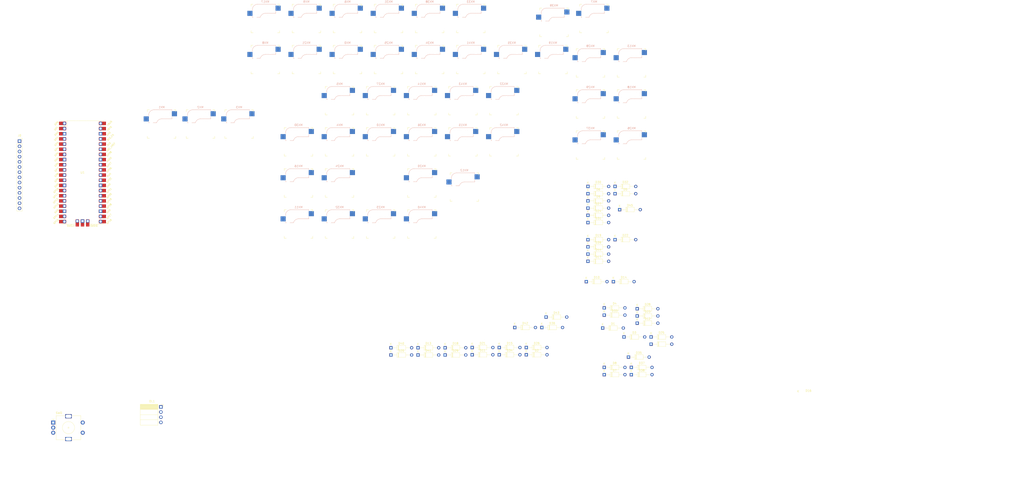
<source format=kicad_pcb>
(kicad_pcb (version 20211014) (generator pcbnew)
  (layers (0 "F.Cu" signal) (31 "B.Cu" signal) (34 "B.Paste" user) (35 "F.Paste" user) (36 "B.SilkS" user "B.Silkscreen") (37 "F.SilkS" user "F.Silkscreen") (38 "B.Mask" user) (39 "F.Mask" user) (44 "Edge.Cuts" user))
  (net 0 "")
  (net 1 "ROW0")
  (net 2 "ROW1")
  (net 3 "ROW2")
  (net 4 "ROW3")
  (net 5 "COL0")
  (net 6 "COL1")
  (net 7 "COL2")
  (net 8 "COL3")
  (net 9 "COL4")
  (net 10 "COL5")
  (net 11 "COL6")
  (net 12 "COL7")
  (net 13 "COL8")
  (net 14 "COL9")
  (net 15 "COL10")
  (net 16 "Net-(SW0-PadS1)")
  (net 17 "Encoder_B")
  (net 19 "Encoder_A")
  (net 20 "DIN")
  (net 21 "I2C1-SDA")
  (net 22 "GND")
  (net 24 "5V")
  (net 31 "Net-(D1-Pad2)")
  (net 32 "Net-(D2-Pad2)")
  (net 33 "Net-(D3-Pad2)")
  (net 34 "Net-(D4-Pad2)")
  (net 35 "Net-(D5-Pad2)")
  (net 36 "Net-(D6-Pad2)")
  (net 37 "Net-(D7-Pad2)")
  (net 38 "Net-(D8-Pad2)")
  (net 39 "Net-(D9-Pad2)")
  (net 40 "Net-(D10-Pad2)")
  (net 41 "Net-(D11-Pad2)")
  (net 42 "Net-(D12-Pad2)")
  (net 43 "Net-(D13-Pad2)")
  (net 44 "Net-(D14-Pad2)")
  (net 45 "Net-(D15-Pad2)")
  (net 46 "Net-(D16-Pad2)")
  (net 47 "Net-(D17-Pad2)")
  (net 48 "Net-(D18-Pad2)")
  (net 49 "Net-(D19-Pad2)")
  (net 50 "Net-(D20-Pad2)")
  (net 51 "Net-(D21-Pad2)")
  (net 52 "Net-(D22-Pad2)")
  (net 53 "Net-(D23-Pad2)")
  (net 54 "Net-(D24-Pad2)")
  (net 55 "Net-(D25-Pad2)")
  (net 56 "Net-(D26-Pad2)")
  (net 57 "Net-(D27-Pad2)")
  (net 58 "Net-(D28-Pad2)")
  (net 59 "Net-(D29-Pad2)")
  (net 60 "Net-(D30-Pad2)")
  (net 61 "Net-(D31-Pad2)")
  (net 62 "Net-(D32-Pad2)")
  (net 63 "Net-(D33-Pad2)")
  (net 64 "Net-(D34-Pad2)")
  (net 65 "Net-(D35-Pad2)")
  (net 66 "Net-(D36-Pad2)")
  (net 67 "Net-(D37-Pad2)")
  (net 68 "Net-(D38-Pad2)")
  (net 69 "Net-(D39-Pad2)")
  (net 70 "Net-(D40-Pad2)")
  (net 71 "Net-(D41-Pad2)")
  (net 72 "Net-(D42-Pad2)")
  (net 73 "Net-(D43-Pad2)")
  (net 74 "Net-(D44-Pad2)")
  (net 75 "PIN_37")
  (net 76 "PIN_36")
  (net 77 "PIN_35")
  (net 78 "PIN_34")
  (net 79 "PIN_33")
  (net 80 "PIN_30")
  (net 81 "PIN_25")
  (net 82 "PIN_24")
  (net 83 "PIN_22")
  (net 84 "PIN_21")
  (net 85 "PIN_41")
  (net 86 "PIN_43")
  (net 87 "COL11")
  (footprint "keyswitches:Kailh_socket_MX" (layer "F.Cu") (at 160.5 114.21875)
    (fp_text reference "MX32" (at 0 -8.255) (layer "B.SilkS") (effects (justify mirror)))
    (fp_text value "MX-NoLED")
    (pad "" np_thru_hole circle locked (at -3.81 -2.54) (size 3 3) (drill 3) (layers *.Cu *.Mask))
    (pad "" np_thru_hole circle locked (at 2.54 -5.08) (size 3 3) (drill 3) (layers *.Cu *.Mask))
    (pad "" np_thru_hole circle locked (at -5.08 0) (size 1.7018 1.7018) (drill 1.7018) (layers *.Cu *.Mask))
    (pad "" np_thru_hole circle locked (at 5.08 0) (size 1.7018 1.7018) (drill 1.7018) (layers *.Cu *.Mask))
    (pad "" np_thru_hole circle locked (at 0 0) (size 3.9878 3.9878) (drill 3.9878) (layers *.Cu *.Mask))
    (pad "1" smd rect locked (at 6.29 -5.08) (size 2.55 2.5) (layers "B.Cu" "B.Paste" "B.Mask") (net 15 "COL10"))
    (pad "2" smd rect locked (at -7.56 -2.54) (size 2.55 2.5) (layers "B.Cu" "B.Paste" "B.Mask") (net 73 "Net-(D43-Pad2)"))
  )
  (footprint "Diode_THT:D_DO-35_SOD27_P10.16mm_Horizontal" (layer "F.Cu") (at 282.575 95.75625)
    (fp_text reference "D30" (at 5.08 -2.12) (layer "F.SilkS"))
    (fp_text value "D_Small")
    (fp_text user "K" (at 0 -1.8) (layer "F.SilkS"))
    (pad "1" thru_hole rect (at 0 0) (size 1.6 1.6) (drill 0.8) (layers *.Cu *.Mask) (net 2 "ROW1"))
    (pad "2" thru_hole oval (at 10.16 0) (size 1.6 1.6) (drill 0.8) (layers *.Cu *.Mask) (net 60 "Net-(D30-Pad2)"))
  )
  (footprint "Diode_THT:D_DO-35_SOD27_P10.16mm_Horizontal" (layer "F.Cu") (at 290.595 188.26125)
    (fp_text reference "D7" (at 5.08 -2.12) (layer "F.SilkS"))
    (fp_text value "D_Small")
    (fp_text user "K" (at 0 -1.8) (layer "F.SilkS"))
    (pad "1" thru_hole rect (at 0 0) (size 1.6 1.6) (drill 0.8) (layers *.Cu *.Mask) (net 3 "ROW2"))
    (pad "2" thru_hole oval (at 10.16 0) (size 1.6 1.6) (drill 0.8) (layers *.Cu *.Mask) (net 37 "Net-(D7-Pad2)"))
  )
  (footprint "keyswitches:Kailh_socket_MX" (layer "F.Cu") (at 283.80625 35.00625)
    (fp_text reference "MX28" (at 0 -8.255) (layer "B.SilkS") (effects (justify mirror)))
    (fp_text value "MX-NoLED")
    (pad "" np_thru_hole circle locked (at 0 0) (size 3.9878 3.9878) (drill 3.9878) (layers *.Cu *.Mask))
    (pad "" np_thru_hole circle locked (at 5.08 0) (size 1.7018 1.7018) (drill 1.7018) (layers *.Cu *.Mask))
    (pad "" np_thru_hole circle locked (at 2.54 -5.08) (size 3 3) (drill 3) (layers *.Cu *.Mask))
    (pad "" np_thru_hole circle locked (at -5.08 0) (size 1.7018 1.7018) (drill 1.7018) (layers *.Cu *.Mask))
    (pad "" np_thru_hole circle locked (at -3.81 -2.54) (size 3 3) (drill 3) (layers *.Cu *.Mask))
    (pad "1" smd rect locked (at 6.29 -5.08) (size 2.55 2.5) (layers "B.Cu" "B.Paste" "B.Mask") (net 11 "COL6"))
    (pad "2" smd rect locked (at -7.56 -2.54) (size 2.55 2.5) (layers "B.Cu" "B.Paste" "B.Mask") (net 57 "Net-(D27-Pad2)"))
  )
  (footprint "Diode_THT:D_DO-35_SOD27_P10.16mm_Horizontal" (layer "F.Cu") (at 282.575 129.00625)
    (fp_text reference "D44" (at 5.08 -2.12) (layer "F.SilkS"))
    (fp_text value "D_Small")
    (fp_text user "K" (at 0 -1.8) (layer "F.SilkS"))
    (pad "1" thru_hole rect (at 0 0) (size 1.6 1.6) (drill 0.8) (layers *.Cu *.Mask) (net 4 "ROW3"))
    (pad "2" thru_hole oval (at 10.16 0) (size 1.6 1.6) (drill 0.8) (layers *.Cu *.Mask) (net 74 "Net-(D44-Pad2)"))
  )
  (footprint "Diode_THT:D_DO-35_SOD27_P10.16mm_Horizontal" (layer "F.Cu") (at 313.605 169.74)
    (fp_text reference "D25" (at 5.08 -2.12) (layer "F.SilkS"))
    (fp_text value "D_Small")
    (fp_text user "K" (at 0 -1.8) (layer "F.SilkS"))
    (pad "1" thru_hole rect (at 0 0) (size 1.6 1.6) (drill 0.8) (layers *.Cu *.Mask) (net 1 "ROW0"))
    (pad "2" thru_hole oval (at 10.16 0) (size 1.6 1.6) (drill 0.8) (layers *.Cu *.Mask) (net 55 "Net-(D25-Pad2)"))
  )
  (footprint "Diode_THT:D_DO-35_SOD27_P10.16mm_Horizontal" (layer "F.Cu") (at 290.58625 155.4525)
    (fp_text reference "D4" (at 5.08 -2.12) (layer "F.SilkS"))
    (fp_text value "D_Small")
    (fp_text user "K" (at 0 -1.8) (layer "F.SilkS"))
    (pad "1" thru_hole rect (at 0 0) (size 1.6 1.6) (drill 0.8) (layers *.Cu *.Mask) (net 4 "ROW3"))
    (pad "2" thru_hole oval (at 10.16 0) (size 1.6 1.6) (drill 0.8) (layers *.Cu *.Mask) (net 34 "Net-(D4-Pad2)"))
  )
  (footprint "Diode_THT:D_DO-35_SOD27_P10.16mm_Horizontal" (layer "F.Cu") (at 302.4925 179.64)
    (fp_text reference "D35" (at 5.08 -2.12) (layer "F.SilkS"))
    (fp_text value "D_Small")
    (fp_text user "K" (at 0 -1.8) (layer "F.SilkS"))
    (pad "1" thru_hole rect (at 0 0) (size 1.6 1.6) (drill 0.8) (layers *.Cu *.Mask) (net 3 "ROW2"))
    (pad "2" thru_hole oval (at 10.16 0) (size 1.6 1.6) (drill 0.8) (layers *.Cu *.Mask) (net 65 "Net-(D35-Pad2)"))
  )
  (footprint "Diode_THT:D_DO-35_SOD27_P10.16mm_Horizontal" (layer "F.Cu") (at 212.3575 178.59375)
    (fp_text reference "D29" (at 5.08 -2.12) (layer "F.SilkS"))
    (fp_text value "D_Small")
    (fp_text user "K" (at 0 -1.8) (layer "F.SilkS"))
    (pad "1" thru_hole rect (at 0 0) (size 1.6 1.6) (drill 0.8) (layers *.Cu *.Mask) (net 1 "ROW0"))
    (pad "2" thru_hole oval (at 10.16 0) (size 1.6 1.6) (drill 0.8) (layers *.Cu *.Mask) (net 59 "Net-(D29-Pad2)"))
  )
  (footprint "Diode_THT:D_DO-35_SOD27_P10.16mm_Horizontal" (layer "F.Cu") (at 303.905 184.71125)
    (fp_text reference "D37" (at 5.08 -2.12) (layer "F.SilkS"))
    (fp_text value "D_Small")
    (fp_text user "K" (at 0 -1.8) (layer "F.SilkS"))
    (pad "1" thru_hole rect (at 0 0) (size 1.6 1.6) (drill 0.8) (layers *.Cu *.Mask) (net 1 "ROW0"))
    (pad "2" thru_hole oval (at 10.16 0) (size 1.6 1.6) (drill 0.8) (layers *.Cu *.Mask) (net 67 "Net-(D37-Pad2)"))
  )
  (footprint "keyswitches:Kailh_socket_MX" (layer "F.Cu") (at 245.18 33.41875)
    (fp_text reference "MX35" (at 0 -8.255) (layer "B.SilkS") (effects (justify mirror)))
    (fp_text value "MX-NoLED")
    (pad "" np_thru_hole circle locked (at 5.08 0) (size 1.7018 1.7018) (drill 1.7018) (layers *.Cu *.Mask))
    (pad "" np_thru_hole circle locked (at 2.54 -5.08) (size 3 3) (drill 3) (layers *.Cu *.Mask))
    (pad "" np_thru_hole circle locked (at -5.08 0) (size 1.7018 1.7018) (drill 1.7018) (layers *.Cu *.Mask))
    (pad "" np_thru_hole circle locked (at 0 0) (size 3.9878 3.9878) (drill 3.9878) (layers *.Cu *.Mask))
    (pad "" np_thru_hole circle locked (at -3.81 -2.54) (size 3 3) (drill 3) (layers *.Cu *.Mask))
    (pad "1" smd rect locked (at 6.29 -5.08) (size 2.55 2.5) (layers "B.Cu" "B.Paste" "B.Mask") (net 7 "COL2"))
    (pad "2" smd rect locked (at -7.56 -2.54) (size 2.55 2.5) (layers "B.Cu" "B.Paste" "B.Mask") (net 42 "Net-(D12-Pad2)"))
  )
  (footprint "Diode_THT:D_DO-35_SOD27_P10.16mm_Horizontal" (layer "F.Cu") (at 303.905 188.26125)
    (fp_text reference "D38" (at 5.08 -2.12) (layer "F.SilkS"))
    (fp_text value "D_Small")
    (fp_text user "K" (at 0 -1.8) (layer "F.SilkS"))
    (pad "1" thru_hole rect (at 0 0) (size 1.6 1.6) (drill 0.8) (layers *.Cu *.Mask) (net 2 "ROW1"))
    (pad "2" thru_hole oval (at 10.16 0) (size 1.6 1.6) (drill 0.8) (layers *.Cu *.Mask) (net 68 "Net-(D38-Pad2)"))
  )
  (footprint "Diode_THT:D_DO-35_SOD27_P10.16mm_Horizontal" (layer "F.Cu") (at 298.1325 107.15625)
    (fp_text reference "D45" (at 5.08 -2.12) (layer "F.SilkS"))
    (fp_text value "D_Small")
    (fp_text user "K" (at 0 -1.8) (layer "F.SilkS"))
    (pad "1" thru_hole rect (at 0 0) (size 1.6 1.6) (drill 0.8) (layers *.Cu *.Mask) (net 1 "ROW0"))
    (pad "2" thru_hole oval (at 10.16 0) (size 1.6 1.6) (drill 0.8) (layers *.Cu *.Mask) (net 16 "Net-(SW0-PadS1)"))
  )
  (footprint "keyswitches:Kailh_socket_MX" (layer "F.Cu") (at 221.1 73.81875)
    (fp_text reference "MX15" (at 0 -8.255) (layer "B.SilkS") (effects (justify mirror)))
    (fp_text value "MX-NoLED")
    (pad "" np_thru_hole circle locked (at -3.81 -2.54) (size 3 3) (drill 3) (layers *.Cu *.Mask))
    (pad "" np_thru_hole circle locked (at 2.54 -5.08) (size 3 3) (drill 3) (layers *.Cu *.Mask))
    (pad "" np_thru_hole circle locked (at 0 0) (size 3.9878 3.9878) (drill 3.9878) (layers *.Cu *.Mask))
    (pad "" np_thru_hole circle locked (at -5.08 0) (size 1.7018 1.7018) (drill 1.7018) (layers *.Cu *.Mask))
    (pad "" np_thru_hole circle locked (at 5.08 0) (size 1.7018 1.7018) (drill 1.7018) (layers *.Cu *.Mask))
    (pad "1" smd rect locked (at 6.29 -5.08) (size 2.55 2.5) (layers "B.Cu" "B.Paste" "B.Mask") (net 9 "COL4"))
    (pad "2" smd rect locked (at -7.56 -2.54) (size 2.55 2.5) (layers "B.Cu" "B.Paste" "B.Mask") (net 48 "Net-(D18-Pad2)"))
  )
  (footprint "Diode_THT:D_DO-35_SOD27_P10.16mm_Horizontal" (layer "F.Cu") (at 282.575 132.55625)
    (fp_text reference "D17" (at 5.08 -2.12) (layer "F.SilkS"))
    (fp_text value "D_Small")
    (fp_text user "K" (at 0 -1.8) (layer "F.SilkS"))
    (pad "1" thru_hole rect (at 0 0) (size 1.6 1.6) (drill 0.8) (layers *.Cu *.Mask) (net 1 "ROW0"))
    (pad "2" thru_hole oval (at 10.16 0) (size 1.6 1.6) (drill 0.8) (layers *.Cu *.Mask) (net 47 "Net-(D17-Pad2)"))
  )
  (footprint "keyswitches:Kailh_socket_MX" (layer "F.Cu") (at 200.9 94.01875)
    (fp_text reference "MX20" (at 0 -8.255) (layer "B.SilkS") (effects (justify mirror)))
    (fp_text value "MX-NoLED")
    (pad "" np_thru_hole circle locked (at 2.54 -5.08) (size 3 3) (drill 3) (layers *.Cu *.Mask))
    (pad "" np_thru_hole circle locked (at -5.08 0) (size 1.7018 1.7018) (drill 1.7018) (layers *.Cu *.Mask))
    (pad "" np_thru_hole circle locked (at -3.81 -2.54) (size 3 3) (drill 3) (layers *.Cu *.Mask))
    (pad "" np_thru_hole circle locked (at 0 0) (size 3.9878 3.9878) (drill 3.9878) (layers *.Cu *.Mask))
    (pad "" np_thru_hole circle locked (at 5.08 0) (size 1.7018 1.7018) (drill 1.7018) (layers *.Cu *.Mask))
    (pad "1" smd rect locked (at 6.29 -5.08) (size 2.55 2.5) (layers "B.Cu" "B.Paste" "B.Mask") (net 14 "COL9"))
    (pad "2" smd rect locked (at -7.56 -2.54) (size 2.55 2.5) (layers "B.Cu" "B.Paste" "B.Mask") (net 68 "Net-(D38-Pad2)"))
  )
  (footprint "keyswitches:Kailh_socket_MX" (layer "F.Cu") (at 164.38 33.41875)
    (fp_text reference "MX0" (at 0 -8.255) (layer "B.SilkS") (effects (justify mirror)))
    (fp_text value "MX-NoLED")
    (pad "" np_thru_hole circle locked (at -5.08 0) (size 1.7018 1.7018) (drill 1.7018) (layers *.Cu *.Mask))
    (pad "" np_thru_hole circle locked (at 0 0) (size 3.9878 3.9878) (drill 3.9878) (layers *.Cu *.Mask))
    (pad "" np_thru_hole circle locked (at 5.08 0) (size 1.7018 1.7018) (drill 1.7018) (layers *.Cu *.Mask))
    (pad "" np_thru_hole circle locked (at 2.54 -5.08) (size 3 3) (drill 3) (layers *.Cu *.Mask))
    (pad "" np_thru_hole circle locked (at -3.81 -2.54) (size 3 3) (drill 3) (layers *.Cu *.Mask))
    (pad "1" smd rect locked (at 6.29 -5.08) (size 2.55 2.5) (layers "B.Cu" "B.Paste" "B.Mask") (net 5 "COL0"))
    (pad "2" smd rect locked (at -7.56 -2.54) (size 2.55 2.5) (layers "B.Cu" "B.Paste" "B.Mask") (net 31 "Net-(D1-Pad2)"))
  )
  (footprint "keyswitches:Kailh_socket_MX" (layer "F.Cu") (at 160.5 73.81875)
    (fp_text reference "MX4" (at 0 -8.255) (layer "B.SilkS") (effects (justify mirror)))
    (fp_text value "MX-NoLED")
    (pad "" np_thru_hole circle locked (at -5.08 0) (size 1.7018 1.7018) (drill 1.7018) (layers *.Cu *.Mask))
    (pad "" np_thru_hole circle locked (at 2.54 -5.08) (size 3 3) (drill 3) (layers *.Cu *.Mask))
    (pad "" np_thru_hole circle locked (at -3.81 -2.54) (size 3 3) (drill 3) (layers *.Cu *.Mask))
    (pad "" np_thru_hole circle locked (at 5.08 0) (size 1.7018 1.7018) (drill 1.7018) (layers *.Cu *.Mask))
    (pad "" np_thru_hole circle locked (at 0 0) (size 3.9878 3.9878) (drill 3.9878) (layers *.Cu *.Mask))
    (pad "1" smd rect locked (at 6.29 -5.08) (size 2.55 2.5) (layers "B.Cu" "B.Paste" "B.Mask") (net 9 "COL4"))
    (pad "2" smd rect locked (at -7.56 -2.54) (size 2.55 2.5) (layers "B.Cu" "B.Paste" "B.Mask") (net 47 "Net-(D17-Pad2)"))
  )
  (footprint "keyswitches:Kailh_socket_MX" (layer "F.Cu") (at 164.38 13.21875)
    (fp_text reference "MX6" (at 0 -8.255) (layer "B.SilkS") (effects (justify mirror)))
    (fp_text value "MX-NoLED")
    (pad "" np_thru_hole circle locked (at -3.81 -2.54) (size 3 3) (drill 3) (layers *.Cu *.Mask))
    (pad "" np_thru_hole circle locked (at 5.08 0) (size 1.7018 1.7018) (drill 1.7018) (layers *.Cu *.Mask))
    (pad "" np_thru_hole circle locked (at -5.08 0) (size 1.7018 1.7018) (drill 1.7018) (layers *.Cu *.Mask))
    (pad "" np_thru_hole circle locked (at 2.54 -5.08) (size 3 3) (drill 3) (layers *.Cu *.Mask))
    (pad "" np_thru_hole circle locked (at 0 0) (size 3.9878 3.9878) (drill 3.9878) (layers *.Cu *.Mask))
    (pad "1" smd rect locked (at 6.29 -5.08) (size 2.55 2.5) (layers "B.Cu" "B.Paste" "B.Mask") (net 11 "COL6"))
    (pad "2" smd rect locked (at -7.56 -2.54) (size 2.55 2.5) (layers "B.Cu" "B.Paste" "B.Mask") (net 55 "Net-(D25-Pad2)"))
  )
  (footprint "keyswitches:Kailh_socket_MX" (layer "F.Cu") (at 265.38 33.41875)
    (fp_text reference "MX19" (at 0 -8.255) (layer "B.SilkS") (effects (justify mirror)))
    (fp_text value "MX-NoLED")
    (pad "" np_thru_hole circle locked (at 5.08 0) (size 1.7018 1.7018) (drill 1.7018) (layers *.Cu *.Mask))
    (pad "" np_thru_hole circle locked (at -3.81 -2.54) (size 3 3) (drill 3) (layers *.Cu *.Mask))
    (pad "" np_thru_hole circle locked (at -5.08 0) (size 1.7018 1.7018) (drill 1.7018) (layers *.Cu *.Mask))
    (pad "" np_thru_hole circle locked (at 2.54 -5.08) (size 3 3) (drill 3) (layers *.Cu *.Mask))
    (pad "" np_thru_hole circle locked (at 0 0) (size 3.9878 3.9878) (drill 3.9878) (layers *.Cu *.Mask))
    (pad "1" smd rect locked (at 6.29 -5.08) (size 2.55 2.5) (layers "B.Cu" "B.Paste" "B.Mask") (net 13 "COL8"))
    (pad "2" smd rect locked (at -7.56 -2.54) (size 2.55 2.5) (layers "B.Cu" "B.Paste" "B.Mask") (net 64 "Net-(D34-Pad2)"))
  )
  (footprint "Diode_THT:D_DO-35_SOD27_P10.16mm_Horizontal" (layer "F.Cu") (at 259.91625 165.1)
    (fp_text reference "D36" (at 5.08 -2.12) (layer "F.SilkS"))
    (fp_text value "D_Small")
    (fp_text user "K" (at 0 -1.8) (layer "F.SilkS"))
    (pad "1" thru_hole rect (at 0 0) (size 1.6 1.6) (drill 0.8) (layers *.Cu *.Mask) (net 4 "ROW3"))
    (pad "2" thru_hole oval (at 10.16 0) (size 1.6 1.6) (drill 0.8) (layers *.Cu *.Mask) (net 66 "Net-(D36-Pad2)"))
  )
  (footprint "Diode_THT:D_DO-35_SOD27_P10.16mm_Horizontal" (layer "F.Cu") (at 199.0475 175.04375)
    (fp_text reference "D13" (at 5.08 -2.12) (layer "F.SilkS"))
    (fp_text value "D_Small")
    (fp_text user "K" (at 0 -1.8) (layer "F.SilkS"))
    (pad "1" thru_hole rect (at 0 0) (size 1.6 1.6) (drill 0.8) (layers *.Cu *.Mask) (net 1 "ROW0"))
    (pad "2" thru_hole oval (at 10.16 0) (size 1.6 1.6) (drill 0.8) (layers *.Cu *.Mask) (net 43 "Net-(D13-Pad2)"))
  )
  (footprint "Diode_THT:D_DO-35_SOD27_P10.16mm_Horizontal" (layer "F.Cu") (at 295.885 121.90625)
    (fp_text reference "D22" (at 5.08 -2.12) (layer "F.SilkS"))
    (fp_text value "D_Small")
    (fp_text user "K" (at 0 -1.8) (layer "F.SilkS"))
    (pad "1" thru_hole rect (at 0 0) (size 1.6 1.6) (drill 0.8) (layers *.Cu *.Mask) (net 2 "ROW1"))
    (pad "2" thru_hole oval (at 10.16 0) (size 1.6 1.6) (drill 0.8) (layers *.Cu *.Mask) (net 52 "Net-(D22-Pad2)"))
  )
  (footprint "keyswitches:Kailh_socket_MX" (layer "F.Cu") (at 140.3 114.21875)
    (fp_text reference "MX11" (at 0 -8.255) (layer "B.SilkS") (effects (justify mirror)))
    (fp_text value "MX-NoLED")
    (pad "" np_thru_hole circle locked (at -5.08 0) (size 1.7018 1.7018) (drill 1.7018) (layers *.Cu *.Mask))
    (pad "" np_thru_hole circle locked (at -3.81 -2.54) (size 3 3) (drill 3) (layers *.Cu *.Mask))
    (pad "" np_thru_hole circle locked (at 5.08 0) (size 1.7018 1.7018) (drill 1.7018) (layers *.Cu *.Mask))
    (pad "" np_thru_hole circle locked (at 2.54 -5.08) (size 3 3) (drill 3) (layers *.Cu *.Mask))
    (pad "" np_thru_hole circle locked (at 0 0) (size 3.9878 3.9878) (drill 3.9878) (layers *.Cu *.Mask))
    (pad "1" smd rect locked (at 6.29 -5.08) (size 2.55 2.5) (layers "B.Cu" "B.Paste" "B.Mask") (net 5 "COL0"))
    (pad "2" smd rect locked (at -7.56 -2.54) (size 2.55 2.5) (layers "B.Cu" "B.Paste" "B.Mask") (net 32 "Net-(D2-Pad2)"))
  )
  (footprint "keyswitches:Kailh_socket_MX" (layer "F.Cu") (at 200.9 73.81875)
    (fp_text reference "MX36" (at 0 -8.255) (layer "B.SilkS") (effects (justify mirror)))
    (fp_text value "MX-NoLED")
    (pad "" np_thru_hole circle locked (at -5.08 0) (size 1.7018 1.7018) (drill 1.7018) (layers *.Cu *.Mask))
    (pad "" np_thru_hole circle locked (at 0 0) (size 3.9878 3.9878) (drill 3.9878) (layers *.Cu *.Mask))
    (pad "" np_thru_hole circle locked (at -3.81 -2.54) (size 3 3) (drill 3) (layers *.Cu *.Mask))
    (pad "" np_thru_hole circle locked (at 5.08 0) (size 1.7018 1.7018) (drill 1.7018) (layers *.Cu *.Mask))
    (pad "" np_thru_hole circle locked (at 2.54 -5.08) (size 3 3) (drill 3) (layers *.Cu *.Mask))
    (pad "1" smd rect locked (at 6.29 -5.08) (size 2.55 2.5) (layers "B.Cu" "B.Paste" "B.Mask") (net 8 "COL3"))
    (pad "2" smd rect locked (at -7.56 -2.54) (size 2.55 2.5) (layers "B.Cu" "B.Paste" "B.Mask") (net 46 "Net-(D16-Pad2)"))
  )
  (footprint "keyswitches:Kailh_socket_MX" (layer "F.Cu") (at 200.9 53.61875)
    (fp_text reference "MX14" (at 0 -8.255) (layer "B.SilkS") (effects (justify mirror)))
    (fp_text value "MX-NoLED")
    (pad "" np_thru_hole circle locked (at 5.08 0) (size 1.7018 1.7018) (drill 1.7018) (layers *.Cu *.Mask))
    (pad "" np_thru_hole circle locked (at -3.81 -2.54) (size 3 3) (drill 3) (layers *.Cu *.Mask))
    (pad "" np_thru_hole circle locked (at 0 0) (size 3.9878 3.9878) (drill 3.9878) (layers *.Cu *.Mask))
    (pad "" np_thru_hole circle locked (at 2.54 -5.08) (size 3 3) (drill 3) (layers *.Cu *.Mask))
    (pad "" np_thru_hole circle locked (at -5.08 0) (size 1.7018 1.7018) (drill 1.7018) (layers *.Cu *.Mask))
    (pad "1" smd rect locked (at 6.29 -5.08) (size 2.55 2.5) (layers "B.Cu" "B.Paste" "B.Mask") (net 8 "COL3"))
    (pad "2" smd rect locked (at -7.56 -2.54) (size 2.55 2.5) (layers "B.Cu" "B.Paste" "B.Mask") (net 44 "Net-(D14-Pad2)"))
  )
  (footprint "Diode_THT:D_DO-35_SOD27_P10.16mm_Horizontal" (layer "F.Cu") (at 282.575 125.45625)
    (fp_text reference "D39" (at 5.08 -2.12) (layer "F.SilkS"))
    (fp_text value "D_Small")
    (fp_text user "K" (at 0 -1.8) (layer "F.SilkS"))
    (pad "1" thru_hole rect (at 0 0) (size 1.6 1.6) (drill 0.8) (layers *.Cu *.Mask) (net 3 "ROW2"))
    (pad "2" thru_hole oval (at 10.16 0) (size 1.6 1.6) (drill 0.8) (layers *.Cu *.Mask) (net 69 "Net-(D39-Pad2)"))
  )
  (footprint "keyswitches:Kailh_socket_MX" (layer "F.Cu") (at 144.18 33.41875)
    (fp_text reference "MX21" (at 0 -8.255) (layer "B.SilkS") (effects (justify mirror)))
    (fp_text value "MX-NoLED")
    (pad "" np_thru_hole circle locked (at 5.08 0) (size 1.7018 1.7018) (drill 1.7018) (layers *.Cu *.Mask))
    (pad "" np_thru_hole circle locked (at -3.81 -2.54) (size 3 3) (drill 3) (layers *.Cu *.Mask))
    (pad "" np_thru_hole circle locked (at 0 0) (size 3.9878 3.9878) (drill 3.9878) (layers *.Cu *.Mask))
    (pad "" np_thru_hole circle locked (at 2.54 -5.08) (size 3 3) (drill 3) (layers *.Cu *.Mask))
    (pad "" np_thru_hole circle locked (at -5.08 0) (size 1.7018 1.7018) (drill 1.7018) (layers *.Cu *.Mask))
    (pad "1" smd rect locked (at 6.29 -5.08) (size 2.55 2.5) (layers "B.Cu" "B.Paste" "B.Mask") (net 15 "COL10"))
    (pad "2" smd rect locked (at -7.56 -2.54) (size 2.55 2.5) (layers "B.Cu" "B.Paste" "B.Mask") (net 72 "Net-(D42-Pad2)"))
  )
  (footprint "Diode_THT:D_DO-35_SOD27_P10.16mm_Horizontal" (layer "F.Cu") (at 282.575 99.30625)
    (fp_text reference "D6" (at 5.08 -2.12) (layer "F.SilkS"))
    (fp_text value "D_Small")
    (fp_text user "K" (at 0 -1.8) (layer "F.SilkS"))
    (pad "1" thru_hole rect (at 0 0) (size 1.6 1.6) (drill 0.8) (layers *.Cu *.Mask) (net 2 "ROW1"))
    (pad "2" thru_hole oval (at 10.16 0) (size 1.6 1.6) (drill 0.8) (layers *.Cu *.Mask) (net 36 "Net-(D6-Pad2)"))
  )
  (footprint "keyswitches:Kailh_socket_MX" (layer "F.Cu") (at 304.00625 35.00625)
    (fp_text reference "MX13" (at 0 -8.255) (layer "B.SilkS") (effects (justify mirror)))
    (fp_text value "MX-NoLED")
    (pad "" np_thru_hole circle locked (at -3.81 -2.54) (size 3 3) (drill 3) (layers *.Cu *.Mask))
    (pad "" np_thru_hole circle locked (at -5.08 0) (size 1.7018 1.7018) (drill 1.7018) (layers *.Cu *.Mask))
    (pad "" np_thru_hole circle locked (at 0 0) (size 3.9878 3.9878) (drill 3.9878) (layers *.Cu *.Mask))
    (pad "" np_thru_hole circle locked (at 2.54 -5.08) (size 3 3) (drill 3) (layers *.Cu *.Mask))
    (pad "" np_thru_hole circle locked (at 5.08 0) (size 1.7018 1.7018) (drill 1.7018) (layers *.Cu *.Mask))
    (pad "1" smd rect locked (at 6.29 -5.08) (size 2.55 2.5) (layers "B.Cu" "B.Paste" "B.Mask") (net 7 "COL2"))
    (pad "2" smd rect locked (at -7.56 -2.54) (size 2.55 2.5) (layers "B.Cu" "B.Paste" "B.Mask") (net 40 "Net-(D10-Pad2)"))
  )
  (footprint "Diode_THT:D_DO-35_SOD27_P10.16mm_Horizontal" (layer "F.Cu") (at 212.3575 175.04375)
    (fp_text reference "D18" (at 5.08 -2.12) (layer "F.SilkS"))
    (fp_text value "D_Small")
    (fp_text user "K" (at 0 -1.8) (layer "F.SilkS"))
    (pad "1" thru_hole rect (at 0 0) (size 1.6 1.6) (drill 0.8) (layers *.Cu *.Mask) (net 2 "ROW1"))
    (pad "2" thru_hole oval (at 10.16 0) (size 1.6 1.6) (drill 0.8) (layers *.Cu *.Mask) (net 48 "Net-(D18-Pad2)"))
  )
  (footprint "Diode_THT:D_DO-35_SOD27_P10.16mm_Horizontal" (layer "F.Cu") (at 185.7375 175.04375)
    (fp_text reference "D40" (at 5.08 -2.12) (layer "F.SilkS"))
    (fp_text value "D_Small")
    (fp_text user "K" (at 0 -1.8) (layer "F.SilkS"))
    (pad "1" thru_hole rect (at 0 0) (size 1.6 1.6) (drill 0.8) (layers *.Cu *.Mask) (net 4 "ROW3"))
    (pad "2" thru_hole oval (at 10.16 0) (size 1.6 1.6) (drill 0.8) (layers *.Cu *.Mask) (net 70 "Net-(D40-Pad2)"))
  )
  (footprint "Diode_THT:D_DO-35_SOD27_P10.16mm_Horizontal" (layer "F.Cu") (at 246.60625 165.1)
    (fp_text reference "D42" (at 5.08 -2.12) (layer "F.SilkS"))
    (fp_text value "D_Small")
    (fp_text user "K" (at 0 -1.8) (layer "F.SilkS"))
    (pad "1" thru_hole rect (at 0 0) (size 1.6 1.6) (drill 0.8) (layers *.Cu *.Mask) (net 2 "ROW1"))
    (pad "2" thru_hole oval (at 10.16 0) (size 1.6 1.6) (drill 0.8) (layers *.Cu *.Mask) (net 72 "Net-(D42-Pad2)"))
  )
  (footprint "Connector_PinSocket_2.54mm:PinSocket_1x04_P2.54mm_Horizontal" (layer "F.Cu") (at 72.6625 204.1125)
    (fp_text reference "OL1" (at -4.38 -2.77) (layer "F.SilkS"))
    (fp_text value "OLED")
    (pad "1" thru_hole rect (at 0 0) (size 1.7 1.7) (drill 1) (layers *.Cu *.Mask) (net 21 "I2C1-SDA"))
    (pad "2" thru_hole oval (at 0 2.54) (size 1.7 1.7) (drill 1) (layers *.Cu *.Mask) (net 21 "I2C1-SDA"))
    (pad "3" thru_hole oval (at 0 5.08) (size 1.7 1.7) (drill 1) (layers *.Cu *.Mask) (net 24 "5V"))
    (pad "4" thru_hole oval (at 0 7.62) (size 1.7 1.7) (drill 1) (layers *.Cu *.Mask) (net 22 "GND"))
  )
  (footprint "Diode_THT:D_DO-35_SOD27_P10.16mm_Horizontal" (layer "F.Cu") (at 306.77875 162.97125)
    (fp_text reference "D12" (at 5.08 -2.12) (layer "F.SilkS"))
    (fp_text value "D_Small")
    (fp_text user "K" (at 0 -1.8) (layer "F.SilkS"))
    (pad "1" thru_hole rect (at 0 0) (size 1.6 1.6) (drill 0.8) (layers *.Cu *.Mask) (net 4 "ROW3"))
    (pad "2" thru_hole oval (at 10.16 0) (size 1.6 1.6) (drill 0.8) (layers *.Cu *.Mask) (net 42 "Net-(D12-Pad2)"))
  )
  (footprint "keyswitches:Kailh_socket_MX" (layer "F.Cu") (at 180.7 53.61875)
    (fp_text reference "MX27" (at 0 -8.255) (layer "B.SilkS") (effects (justify mirror)))
    (fp_text value "MX-NoLED")
    (pad "" np_thru_hole circle locked (at -3.81 -2.54) (size 3 3) (drill 3) (layers *.Cu *.Mask))
    (pad "" np_thru_hole circle locked (at 0 0) (size 3.9878 3.9878) (drill 3.9878) (layers *.Cu *.Mask))
    (pad "" np_thru_hole circle locked (at 5.08 0) (size 1.7018 1.7018) (drill 1.7018) (layers *.Cu *.Mask))
    (pad "" np_thru_hole circle locked (at 2.54 -5.08) (size 3 3) (drill 3) (layers *.Cu *.Mask))
    (pad "" np_thru_hole circle locked (at -5.08 0) (size 1.7018 1.7018) (drill 1.7018) (layers *.Cu *.Mask))
    (pad "1" smd rect locked (at 6.29 -5.08) (size 2.55 2.5) (layers "B.Cu" "B.Paste" "B.Mask") (net 10 "COL5"))
    (pad "2" smd rect locked (at -7.56 -2.54) (size 2.55 2.5) (layers "B.Cu" "B.Paste" "B.Mask") (net 53 "Net-(D23-Pad2)"))
  )
  (footprint "Rotary_Encoder:RotaryEncoder_Alps_EC11E-Switch_Vertical_H20mm" (layer "F.Cu") (at 19.7375 211.8125)
    (fp_text reference "SW0" (at 2.8 -4.7) (layer "F.SilkS"))
    (fp_text value "RotaryEncoder_Switch")
    (pad "A" thru_hole rect locked (at 0 0) (size 2 2) (drill 1) (layers *.Cu *.Mask) (net 19 "Encoder_A"))
    (pad "B" thru_hole circle locked (at 0 5) (size 2 2) (drill 1) (layers *.Cu *.Mask) (net 17 "Encoder_B"))
    (pad "C" thru_hole circle locked (at 0 2.5) (size 2 2) (drill 1) (layers *.Cu *.Mask) (net 22 "GND"))
    (pad "MP" thru_hole rect locked (at 7.5 -3.1) (size 3.2 2) (drill oval 2.8 1.5) (layers *.Cu *.Mask))
    (pad "MP" thru_hole rect locked (at 7.5 8.1) (size 3.2 2) (drill oval 2.8 1.5) (layers *.Cu *.Mask))
    (pad "S1" thru_hole circle locked (at 14.5 5) (size 2 2) (drill 1) (layers *.Cu *.Mask) (net 16 "Net-(SW0-PadS1)"))
    (pad "S2" thru_hole circle locked (at 14.5 0) (size 2 2) (drill 1) (layers *.Cu *.Mask) (net 87 "COL11"))
  )
  (footprint "MCU_RaspberryPi_and_Boards:RPi_Pico_SMD_TH" (layer "F.Cu") (at 34.13125 88.9)
    (fp_text reference "U1" (at 0 0) (layer "F.SilkS"))
    (fp_text value "Pico")
    (fp_text user "GP13" (at -13.054 16.51 45) (layer "F.SilkS") (effects (font (size 0.8 0.8))))
    (fp_text user "GND" (at -12.8 -6.35 45) (layer "F.SilkS") (effects (font (size 0.8 0.8))))
    (fp_text user "GP8" (at -12.8 1.27 45) (layer "F.SilkS") (effects (font (size 0.8 0.8))))
    (fp_text user "GP22" (at 13.054 3.81 45) (layer "F.SilkS") (effects (font (size 0.8 0.8))))
    (fp_text user "GP5" (at -12.8 -8.89 45) (layer "F.SilkS") (effects (font (size 0.8 0.8))))
    (fp_text user "GP17" (at 13.054 21.59 45) (layer "F.SilkS") (effects (font (size 0.8 0.8))))
    (fp_text user "VSYS" (at 13.2 -21.59 45) (layer "F.SilkS") (effects (font (size 0.8 0.8))))
    (fp_text user "GP4" (at -12.8 -11.43 45) (layer "F.SilkS") (effects (font (size 0.8 0.8))))
    (fp_text user "SWCLK" (at -5.7 26.2) (layer "F.SilkS") (effects (font (size 0.8 0.8))))
    (fp_text user "ADC_VREF" (at 14 -12.5 45) (layer "F.SilkS") (effects (font (size 0.8 0.8))))
    (fp_text user "GP1" (at -12.9 -21.6 45) (layer "F.SilkS") (effects (font (size 0.8 0.8))))
    (fp_text user "GP28" (at 13.054 -9.144 45) (layer "F.SilkS") (effects (font (size 0.8 0.8))))
    (fp_text user "3V3" (at 12.9 -13.9 45) (layer "F.SilkS") (effects (font (size 0.8 0.8))))
    (fp_text user "GP16" (at 13.054 24.13 45) (layer "F.SilkS") (effects (font (size 0.8 0.8))))
    (fp_text user "GND" (at -12.8 19.05 45) (layer "F.SilkS") (effects (font (size 0.8 0.8))))
    (fp_text user "GND" (at -12.8 -19.05 45) (layer "F.SilkS") (effects (font (size 0.8 0.8))))
    (fp_text user "GP26" (at 13.054 -1.27 45) (layer "F.SilkS") (effects (font (size 0.8 0.8))))
    (fp_text user "GP12" (at -13.2 13.97 45) (layer "F.SilkS") (effects (font (size 0.8 0.8))))
    (fp_text user "GP20" (at 13.054 11.43 45) (layer "F.SilkS") (effects (font (size 0.8 0.8))))
    (fp_text user "GP11" (at -13.2 11.43 45) (layer "F.SilkS") (effects (font (size 0.8 0.8))))
    (fp_text user "GP10" (at -13.054 8.89 45) (layer "F.SilkS") (effects (font (size 0.8 0.8))))
    (fp_text user "GND" (at 12.8 -19.05 45) (layer "F.SilkS") (effects (font (size 0.8 0.8))))
    (fp_text user "VBUS" (at 13.3 -24.2 45) (layer "F.SilkS") (effects (font (size 0.8 0.8))))
    (fp_text user "GND" (at 12.8 19.05 45) (layer "F.SilkS") (effects (font (size 0.8 0.8))))
    (fp_text user "GND" (at 12.8 6.35 45) (layer "F.SilkS") (effects (font (size 0.8 0.8))))
    (fp_text user "3V3_EN" (at 13.7 -17.2 45) (layer "F.SilkS") (effects (font (size 0.8 0.8))))
    (fp_text user "SWDIO" (at 5.6 26.2) (layer "F.SilkS") (effects (font (size 0.8 0.8))))
    (fp_text user "GND" (at -12.8 6.35 45) (layer "F.SilkS") (effects (font (size 0.8 0.8))))
    (fp_text user "GP19" (at 13.054 13.97 45) (layer "F.SilkS") (effects (font (size 0.8 0.8))))
    (fp_text user "AGND" (at 13.054 -6.35 45) (layer "F.SilkS") (effects (font (size 0.8 0.8))))
    (fp_text user "GP9" (at -12.8 3.81 45) (layer "F.SilkS") (effects (font (size 0.8 0.8))))
    (fp_text user "GP15" (at -13.054 24.13 45) (layer "F.SilkS") (effects (font (size 0.8 0.8))))
    (fp_text user "GP0" (at -12.8 -24.13 45) (layer "F.SilkS") (effects (font (size 0.8 0.8))))
    (fp_text user "GP14" (at -13.1 21.59 45) (layer "F.SilkS") (effects (font (size 0.8 0.8))))
    (fp_text user "GP3" (at -12.8 -13.97 45) (layer "F.SilkS") (effects (font (size 0.8 0.8))))
    (fp_text user "GP6" (at -12.8 -3.81 45) (layer "F.SilkS") (effects (font (size 0.8 0.8))))
    (fp_text user "GP18" (at 13.054 16.51 45) (layer "F.SilkS") (effects (font (size 0.8 0.8))))
    (fp_text user "GP27" (at 13.054 -3.8 45) (layer "F.SilkS") (effects (font (size 0.8 0.8))))
    (fp_text user "GP2" (at -12.9 -16.51 45) (layer "F.SilkS") (effects (font (size 0.8 0.8))))
    (fp_text user "RUN" (at 13 1.27 45) (layer "F.SilkS") (effects (font (size 0.8 0.8))))
    (fp_text user "GP7" (at -12.7 -1.3 45) (layer "F.SilkS") (effects (font (size 0.8 0.8))))
    (fp_text user "GP21" (at 13.054 8.9 45) (layer "F.SilkS") (effects (font (size 0.8 0.8))))
    (pad "" np_thru_hole oval (at 2.725 -24) (size 1.8 1.8) (drill 1.8) (layers *.Cu *.Mask))
    (pad "" np_thru_hole oval (at -2.425 -20.97) (size 1.5 1.5) (drill 1.5) (layers *.Cu *.Mask))
    (pad "" np_thru_hole oval (at -2.725 -24) (size 1.8 1.8) (drill 1.8) (layers *.Cu *.Mask))
    (pad "" np_thru_hole oval (at 2.425 -20.97) (size 1.5 1.5) (drill 1.5) (layers *.Cu *.Mask))
    (pad "1" thru_hole oval (at -8.89 -24.13) (size 1.7 1.7) (drill 1.02) (layers *.Cu *.Mask) (net 1 "ROW0"))
    (pad "1" smd rect (at -8.89 -24.13) (size 3.5 1.7) (drill (offset -0.9 0)) (layers "F.Cu" "F.Mask") (net 1 "ROW0"))
    (pad "2" thru_hole oval (at -8.89 -21.59) (size 1.7 1.7) (drill 1.02) (layers *.Cu *.Mask) (net 2 "ROW1"))
    (pad "2" smd rect (at -8.89 -21.59) (size 3.5 1.7) (drill (offset -0.9 0)) (layers "F.Cu" "F.Mask") (net 2 "ROW1"))
    (pad "3" thru_hole rect (at -8.89 -19.05) (size 1.7 1.7) (drill 1.02) (layers *.Cu *.Mask))
    (pad "3" smd rect (at -8.89 -19.05) (size 3.5 1.7) (drill (offset -0.9 0)) (layers "F.Cu" "F.Mask"))
    (pad "4" smd rect (at -8.89 -16.51) (size 3.5 1.7) (drill (offset -0.9 0)) (layers "F.Cu" "F.Mask") (net 3 "ROW2"))
    (pad "4" thru_hole oval (at -8.89 -16.51) (size 1.7 1.7) (drill 1.02) (layers *.Cu *.Mask) (net 3 "ROW2"))
    (pad "5" smd rect (at -8.89 -13.97) (size 3.5 1.7) (drill (offset -0.9 0)) (layers "F.Cu" "F.Mask") (net 4 "ROW3"))
    (pad "5" thru_hole oval (at -8.89 -13.97) (size 1.7 1.7) (drill 1.02) (layers *.Cu *.Mask) (net 4 "ROW3"))
    (pad "6" thru_hole oval (at -8.89 -11.43) (size 1.7 1.7) (drill 1.02) (layers *.Cu *.Mask) (net 5 "COL0"))
    (pad "6" smd rect (at -8.89 -11.43) (size 3.5 1.7) (drill (offset -0.9 0)) (layers "F.Cu" "F.Mask") (net 5 "COL0"))
    (pad "7" thru_hole oval (at -8.89 -8.89) (size 1.7 1.7) (drill 1.02) (layers *.Cu *.Mask) (net 6 "COL1"))
    (pad "7" smd rect (at -8.89 -8.89) (size 3.5 1.7) (drill (offset -0.9 0)) (layers "F.Cu" "F.Mask") (net 6 "COL1"))
    (pad "8" thru_hole rect (at -8.89 -6.35) (size 1.7 1.7) (drill 1.02) (layers *.Cu *.Mask))
    (pad "8" smd rect (at -8.89 -6.35) (size 3.5 1.7) (drill (offset -0.9 0)) (layers "F.Cu" "F.Mask"))
    (pad "9" smd rect (at -8.89 -3.81) (size 3.5 1.7) (drill (offset -0.9 0)) (layers "F.Cu" "F.Mask") (net 7 "COL2"))
    (pad "9" thru_hole oval (at -8.89 -3.81) (size 1.7 1.7) (drill 1.02) (layers *.Cu *.Mask) (net 7 "COL2"))
    (pad "10" smd rect (at -8.89 -1.27) (size 3.5 1.7) (drill (offset -0.9 0)) (layers "F.Cu" "F.Mask") (net 8 "COL3"))
    (pad "10" thru_hole oval (at -8.89 -1.27) (size 1.7 1.7) (drill 1.02) (layers *.Cu *.Mask) (net 8 "COL3"))
    (pad "11" smd rect (at -8.89 1.27) (size 3.5 1.7) (drill (offset -0.9 0)) (layers "F.Cu" "F.Mask") (net 9 "COL4"))
    (pad "11" thru_hole oval (at -8.89 1.27) (size 1.7 1.7) (drill 1.02) (layers *.Cu *.Mask) (net 9 "COL4"))
    (pad "12" smd rect (at -8.89 3.81) (size 3.5 1.7) (drill (offset -0.9 0)) (layers "F.Cu" "F.Mask") (net 10 "COL5"))
    (pad "12" thru_hole oval (at -8.89 3.81) (size 1.7 1.7) (drill 1.02) (layers *.Cu *.Mask) (net 10 "COL5"))
    (pad "13" smd rect (at -8.89 6.35) (size 3.5 1.7) (drill (offset -0.9 0)) (layers "F.Cu" "F.Mask"))
    (pad "13" thru_hole rect (at -8.89 6.35) (size 1.7 1.7) (drill 1.02) (layers *.Cu *.Mask))
    (pad "14" thru_hole oval (at -8.89 8.89) (size 1.7 1.7) (drill 1.02) (layers *.Cu *.Mask) (net 11 "COL6"))
    (pad "14" smd rect (at -8.89 8.89) (size 3.5 1.7) (drill (offset -0.9 0)) (layers "F.Cu" "F.Mask") (net 11 "COL6"))
    (pad "15" smd rect (at -8.89 11.43) (size 3.5 1.7) (drill (offset -0.9 0)) (layers "F.Cu" "F.Mask") (net 12 "COL7"))
    (pad "15" thru_hole oval (at -8.89 11.43) (size 1.7 1.7) (drill 1.02) (layers *.Cu *.Mask) (net 12 "COL7"))
    (pad "16" smd rect (at -8.89 13.97) (size 3.5 1.7) (drill (offset -0.9 0)) (layers "F.Cu" "F.Mask") (net 13 "COL8"))
    (pad "16" thru_hole oval (at -8.89 13.97) (size 1.7 1.7) (drill 1.02) (layers *.Cu *.Mask) (net 13 "COL8"))
    (pad "17" thru_hole oval (at -8.89 16.51) (size 1.7 1.7) (drill 1.02) (layers *.Cu *.Mask) (net 14 "COL9"))
    (pad "17" smd rect (at -8.89 16.51) (size 3.5 1.7) (drill (offset -0.9 0)) (layers "F.Cu" "F.Mask") (net 14 "COL9"))
    (pad "18" smd rect (at -8.89 19.05) (size 3.5 1.7) (drill (offset -0.9 0)) (layers "F.Cu" "F.Mask"))
    (pad "18" thru_hole rect (at -8.89 19.05) (size 1.7 1.7) (drill 1.02) (layers *.Cu *.Mask))
    (pad "19" smd rect (at -8.89 21.59) (size 3.5 1.7) (drill (offset -0.9 0)) (layers "F.Cu" "F.Mask") (net 14 "COL9"))
    (pad "19" thru_hole oval (at -8.89 21.59) (size 1.7 1.7) (drill 1.02) (layers *.Cu *.Mask) (net 14 "COL9"))
    (pad "20" thru_hole oval (at -8.89 24.13) (size 1.7 1.7) (drill 1.02) (layers *.Cu *.Mask) (net 15 "COL10"))
    (pad "20" smd rect (at -8.89 24.13) (size 3.5 1.7) (drill (offset -0.9 0)) (layers "F.Cu" "F.Mask") (net 15 "COL10"))
    (pad "21" smd rect (at 8.89 24.13) (size 3.5 1.7) (drill (offset 0.9 0)) (layers "F.Cu" "F.Mask") (net 84 "PIN_21"))
    (pad "21" thru_hole oval (at 8.89 24.13) (size 1.7 1.7) (drill 1.02) (layers *.Cu *.Mask) (net 84 "PIN_21"))
    (pad "22" thru_hole oval (at 8.89 21.59) (size 1.7 1.7) (drill 1.02) (layers *.Cu *.Mask) (net 83 "PIN_22"))
    (pad "22" smd rect (at 8.89 21.59) (size 3.5 1.7) (drill (offset 0.9 0)) (layers "F.Cu" "F.Mask") (net 83 "PIN_22"))
    (pad "23" thru_hole rect (at 8.89 19.05) (size 1.7 1.7) (drill 1.02) (layers *.Cu *.Mask))
    (pad "23" smd rect (at 8.89 19.05) (size 3.5 1.7) (drill (offset 0.9 0)) (layers "F.Cu" "F.Mask"))
    (pad "24" thru_hole oval (at 8.89 16.51) (size 1.7 1.7) (drill 1.02) (layers *.Cu *.Mask) (net 82 "PIN_24"))
    (pad "24" smd rect (at 8.89 16.51) (size 3.5 1.7) (drill (offset 0.9 0)) (layers "F.Cu" "F.Mask") (net 82 "PIN_24"))
    (pad "25" thru_hole oval (at 8.89 13.97) (size 1.7 1.7) (drill 1.02) (layers *.Cu *.Mask) (net 81 "PIN_25"))
    (pad "25" smd rect (at 8.89 13.97) (size 3.5 1.7) (drill (offset 0.9 0)) (layers "F.Cu" "F.Mask") (net 81 "PIN_25"))
    (pad "26" thru_hole oval (at 8.89 11.43) (size 1.7 1.7) (drill 1.02) (layers *.Cu *.Mask) (net 17 "Encoder_B"))
    (pad "26" smd rect (at 8.89 11.43) (size 3.5 1.7) (drill (offset 0.9 0)) (layers "F.Cu" "F.Mask") (net 17 "Encoder_B"))
    (pad "27" smd rect (at 8.89 8.89) (size 3.5 1.7) (drill (offset 0.9 0)) (layers "F.Cu" "F.Mask") (net 19 "Encoder_A"))
    (pad "27" thru_hole oval (at 8.89 8.89) (size 1.7 1.7) (drill 1.02) (layers *.Cu *.Mask) (net 19 "Encoder_A"))
    (pad "28" smd rect (at 8.89 6.35) (size 3.5 1.7) (drill (offset 0.9 0)) (layers "F.Cu" "F.Mask"))
    (pad "28" thru_hole rect (at 8.89 6.35) (size 1.7 1.7) (drill 1.02) (layers *.Cu *.Mask))
    (pad "29" thru_hole oval (at 8.89 3.81) (size 1.7 1.7) (drill 1.02) (layers *.Cu *.Mask) (net 20 "DIN"))
    (pad "29" smd rect (at 8.89 3.81) (size 3.5 1.7) (drill (offset 0.9 0)) (layers "F.Cu" "F.Mask") (net 20 "DIN"))
    (pad "30" smd rect (at 8.89 1.27) (size 3.5 1.7) (drill (offset 0.9 0)) (layers "F.Cu" "F.Mask") (net 80 "PIN_30"))
    (pad "30" thru_hole oval (at 8.89 1.27) (size 1.7 1.7) (drill 1.02) (layers *.Cu *.Mask) (net 80 "PIN_30"))
    (pad "31" smd rect (at 8.89 -1.27) (size 3.5 1.7) (drill (offset 0.9 0)) (layers "F.Cu" "F.Mask") (net 21 "I2C1-SDA"))
    (pad "31" thru_hole oval (at 8.89 -1.27) (size 1.7 1.7) (drill 1.02) (layers *.Cu *.Mask) (net 21 "I2C1-SDA"))
    (pad "32" thru_hole oval (at 8.89 -3.81) (size 1.7 1.7) (drill 1.02) (layers *.Cu *.Mask) (net 21 "I2C1-SDA"))
    (pad "32" smd rect (at 8.89 -3.81) (size 3.5 1.7) (drill (offset 0.9 0)) (layers "F.Cu" "F.Mask") (net 21 "I2C1-SDA"))
    (pad "33" thru_hole rect (at 8.89 -6.35) (size 1.7 1.7) (drill 1.02) (layers *.Cu *.Mask) (net 79 "PIN_33"))
    (pad "33" smd rect (at 8.89 -6.35) (size 3.5 1.7) (drill (offset 0.9 0)) (layers "F.Cu" "F.Mask") (net 79 "PIN_33"))
    (pad "34" thru_hole oval (at 8.89 -8.89) (size 1.7 1.7) (drill 1.02) (layers *.Cu *.Mask) (net 78 "PIN_34"))
    (pad "34" smd rect (at 8.89 -8.89) (size 3.5 1.7) (drill (offset 0.9 0)) (layers "F.Cu" "F.Mask") (net 78 "PIN_34"))
    (pad "35" thru_hole oval (at 8.89 -11.43) (size 1.7 1.7) (drill 1.02) (layers *.Cu *.Mask) (net 77 "PIN_35"))
    (pad "35" smd rect (at 8.89 -11.43) (size 3.5 1.7) (drill (offset 0.9 0)) (layers "F.Cu" "F.Mask") (net 77 "PIN_35"))
    (pad "36" smd rect (at 8.89 -13.97) (size 3.5 1.7) (drill (offset 0.9 0)) (layers "F.Cu" "F.Mask") (net 76 "PIN_36"))
    (pad "36" thru_hole oval (at 8.89 -13.97) (size 1.7 1.7) (drill 1.02) (layers *.Cu *.Mask) (net 76 "PIN_36"))
    (pad "37" thru_hole oval (at 8.89 -16.51) (size 1.7 1.7) (drill 1.02) (layers *.Cu *.Mask) (net 75 "PIN_37"))
    (pad "37" smd rect (at 8.89 -16.51) (size 3.5 1.7) (drill (offset 0.9 0)) (layers "F.Cu" "F.Mask") (net 75 "PIN_37"))
    (pad "38" thru_hole rect (at 8.89 -19.05) (size 1.7 1.7) (drill 1.02) (layers *.Cu *.Mask) (net 22 "GND"))
    (pad "38" smd rect (at 8.89 -19.05) (size 3.5 1.7) (drill (offset 0.9 0)) (layers "F.Cu" "F.Mask") (net 22 "GND"))
    (pad "39" thru_hole oval (at 8.89 -21.59) (size 1.7 1.7) (drill 1.02) (layers *.Cu *.Mask))
    (pad "39" smd rect (at 8.89 -21.59) (size 3.5 1.7) (drill (offset 0.9 0)) (layers "F.Cu" "F.Mask"))
    (pad "40" thru_hole oval (at 8.89 -24.13) (size 1.7 1.7) (drill 1.02) (layers *.Cu *.Mask) (net 24 "5V"))
    (pad "40" smd rect (at 8.89 -24.13) (size 3.5 1.7) (drill (offset 0.9 0)) (layers "F.Cu" "F.Mask") (net 24 "5V"))
    (pad "41" thru_hole oval (at -2.54 23.9) (size 1.7 1.7) (drill 1.02) (layers *.Cu *.Mask) (net 85 "PIN_41"))
    (pad "41" smd rect (at -2.54 23.9 90) (size 3.5 1.7) (drill (offset -0.9 0)) (layers "F.Cu" "F.Mask") (net 85 "PIN_41"))
    (pad "42" smd rect (at 0 23.9 90) (size 3.5 1.7) (drill (offset -0.9 0)) (layers "F.Cu" "F.Mask"))
    (pad "42" thru_hole rect (at 0 23.9) (size 1.7 1.7) (drill 1.02) (layers *.Cu *.Mask))
    (pad "43" thru_hole oval (at 2.54 23.9) (size 1.7 1.7) (drill 1.02) (layers *.Cu *.Mask) (net 86 "PIN_43"))
    (pad "43" smd rect (at 2.54 23.9 90) (size 3.5 1.7) (drill (offset -0.9 0)) (layers "F.Cu" "F.Mask") (net 86 "PIN_43"))
  )
  (footprint "Diode_THT:D_DO-35_SOD27_P10.16mm_Horizontal" (layer "F.Cu") (at 238.9775 178.48375)
    (fp_text reference "D34" (at 5.08 -2.12) (layer "F.SilkS"))
    (fp_text value "D_Small")
    (fp_text user "K" (at 0 -1.8) (layer "F.SilkS"))
    (pad "1" thru_hole rect (at 0 0) (size 1.6 1.6) (drill 0.8) (layers *.Cu *.Mask) (net 2 "ROW1"))
    (pad "2" thru_hole oval (at 10.16 0) (size 1.6 1.6) (drill 0.8) (layers *.Cu *.Mask) (net 64 "Net-(D34-Pad2)"))
  )
  (footprint "Diode_THT:D_DO-35_SOD27_P10.16mm_Horizontal" (layer "F.Cu") (at 282.575 109.95625)
    (fp_text reference "D24" (at 5.08 -2.12) (layer "F.SilkS"))
    (fp_text value "D_Small")
    (fp_text user "K" (at 0 -1.8) (layer "F.SilkS"))
    (pad "1" thru_hole rect (at 0 0) (size 1.6 1.6) (drill 0.8) (layers *.Cu *.Mask) (net 4 "ROW3"))
    (pad "2" thru_hole oval (at 10.16 0) (size 1.6 1.6) (drill 0.8) (layers *.Cu *.Mask) (net 54 "Net-(D24-Pad2)"))
  )
  (footprint "keyswitches:Kailh_socket_MX" (layer "F.Cu") (at 224.98 13.21875)
    (fp_text reference "MX33" (at 0 -8.255) (layer "B.SilkS") (effects (justify mirror)))
    (fp_text value "MX-NoLED")
    (pad "" np_thru_hole circle locked (at 2.54 -5.08) (size 3 3) (drill 3) (layers *.Cu *.Mask))
    (pad "" np_thru_hole circle locked (at 0 0) (size 3.9878 3.9878) (drill 3.9878) (layers *.Cu *.Mask))
    (pad "" np_thru_hole circle locked (at -5.08 0) (size 1.7018 1.7018) (drill 1.7018) (layers *.Cu *.Mask))
    (pad "" np_thru_hole circle locked (at 5.08 0) (size 1.7018 1.7018) (drill 1.7018) (layers *.Cu *.Mask))
    (pad "" np_thru_hole circle locked (at -3.81 -2.54) (size 3 3) (drill 3) (layers *.Cu *.Mask))
    (pad "1" smd rect locked (at 6.29 -5.08) (size 2.55 2.5) (layers "B.Cu" "B.Paste" "B.Mask") (net 5 "COL0"))
    (pad "2" smd rect locked (at -7.56 -2.54) (size 2.55 2.5) (layers "B.Cu" "B.Paste" "B.Mask") (net 34 "Net-(D4-Pad2)"))
  )
  (footprint "Diode_THT:D_DO-35_SOD27_P10.16mm_Horizontal" (layer "F.Cu") (at 289.7925 165.3525)
    (fp_text reference "D1" (at 5.08 -2.12) (layer "F.SilkS"))
    (fp_text value "D_Small")
    (fp_text user "K" (at 0 -1.8) (layer "F.SilkS"))
    (pad "1" thru_hole rect (at 0 0) (size 1.6 1.6) (drill 0.8) (layers *.Cu *.Mask) (net 1 "ROW0"))
    (pad "2" thru_hole oval (at 10.16 0) (size 1.6 1.6) (drill 0.8) (layers *.Cu *.Mask) (net 31 "Net-(D1-Pad2)"))
  )
  (footprint "keyswitches:Kailh_socket_MX" (layer "F.Cu") (at 241.3 73.81875)
    (fp_text reference "MX42" (at 0 -8.255) (layer "B.SilkS") (effects (justify mirror)))
    (fp_text value "MX-NoLED")
    (pad "" np_thru_hole circle locked (at 2.54 -5.08) (size 3 3) (drill 3) (layers *.Cu *.Mask))
    (pad "" np_thru_hole circle locked (at -3.81 -2.54) (size 3 3) (drill 3) (layers *.Cu *.Mask))
    (pad "" np_thru_hole circle locked (at -5.08 0) (size 1.7018 1.7018) (drill 1.7018) (layers *.Cu *.Mask))
    (pad "" np_thru_hole circle locked (at 0 0) (size 3.9878 3.9878) (drill 3.9878) (layers *.Cu *.Mask))
    (pad "" np_thru_hole circle locked (at 5.08 0) (size 1.7018 1.7018) (drill 1.7018) (layers *.Cu *.Mask))
    (pad "1" smd rect locked (at 6.29 -5.08) (size 2.55 2.5) (layers "B.Cu" "B.Paste" "B.Mask") (net 14 "COL9"))
    (pad "2" smd rect locked (at -7.56 -2.54) (size 2.55 2.5) (layers "B.Cu" "B.Paste" "B.Mask") (net 70 "Net-(D40-Pad2)"))
  )
  (footprint "keyswitches:Kailh_socket_MX" (layer "F.Cu") (at 285.58 13.21875)
    (fp_text reference "MX7" (at 0 -8.255) (layer "B.SilkS") (effects (justify mirror)))
    (fp_text value "MX-NoLED")
    (pad "" np_thru_hole circle locked (at -3.81 -2.54) (size 3 3) (drill 3) (layers *.Cu *.Mask))
    (pad "" np_thru_hole circle locked (at 5.08 0) (size 1.7018 1.7018) (drill 1.7018) (layers *.Cu *.Mask))
    (pad "" np_thru_hole circle locked (at 2.54 -5.08) (size 3 3) (drill 3) (layers *.Cu *.Mask))
    (pad "" np_thru_hole circle locked (at 0 0) (size 3.9878 3.9878) (drill 3.9878) (layers *.Cu *.Mask))
    (pad "" np_thru_hole circle locked (at -5.08 0) (size 1.7018 1.7018) (drill 1.7018) (layers *.Cu *.Mask))
    (pad "1" smd rect locked (at 6.29 -5.08) (size 2.55 2.5) (layers "B.Cu" "B.Paste" "B.Mask") (net 12 "COL7"))
    (pad "2" smd rect locked (at -7.56 -2.54) (size 2.55 2.5) (layers "B.Cu" "B.Paste" "B.Mask") (net 59 "Net-(D29-Pad2)"))
  )
  (footprint "Diode_THT:D_DO-35_SOD27_P10.16mm_Horizontal" (layer "F.Cu") (at 199.0475 178.59375)
    (fp_text reference "D41" (at 5.08 -2.12) (layer "F.SilkS"))
    (fp_text value "D_Small")
    (fp_text user "K" (at 0 -1.8) (layer "F.SilkS"))
    (pad "1" thru_hole rect (at 0 0) (size 1.6 1.6) (drill 0.8) (layers *.Cu *.Mask) (net 1 "ROW0"))
    (pad "2" thru_hole oval (at 10.16 0) (size 1.6 1.6) (drill 0.8) (layers *.Cu *.Mask) (net 71 "Net-(D41-Pad2)"))
  )
  (footprint "Diode_THT:D_DO-35_SOD27_P10.16mm_Horizontal" (layer "F.Cu") (at 306.77875 155.87125)
    (fp_text reference "D28" (at 5.08 -2.12) (layer "F.SilkS"))
    (fp_text value "D_Small")
    (fp_text user "K" (at 0 -1.8) (layer "F.SilkS"))
    (pad "1" thru_hole rect (at 0 0) (size 1.6 1.6) (drill 0.8) (layers *.Cu *.Mask) (net 4 "ROW3"))
    (pad "2" thru_hole oval (at 10.16 0) (size 1.6 1.6) (drill 0.8) (layers *.Cu *.Mask) (net 58 "Net-(D28-Pad2)"))
  )
  (footprint "keyswitches:Kailh_socket_MX" (layer "F.Cu") (at 304.00625 55.20625)
    (fp_text reference "MX18" (at 0 -8.255) (layer "B.SilkS") (effects (justify mirror)))
    (fp_text value "MX-NoLED")
    (pad "" np_thru_hole circle locked (at -5.08 0) (size 1.7018 1.7018) (drill 1.7018) (layers *.Cu *.Mask))
    (pad "" np_thru_hole circle locked (at 2.54 -5.08) (size 3 3) (drill 3) (layers *.Cu *.Mask))
    (pad "" np_thru_hole circle locked (at 0 0) (size 3.9878 3.9878) (drill 3.9878) (layers *.Cu *.Mask))
    (pad "" np_thru_hole circle locked (at 5.08 0) (size 1.7018 1.7018) (drill 1.7018) (layers *.Cu *.Mask))
    (pad "" np_thru_hole circle locked (at -3.81 -2.54) (size 3 3) (drill 3) (layers *.Cu *.Mask))
    (pad "1" smd rect locked (at 6.29 -5.08) (size 2.55 2.5) (layers "B.Cu" "B.Paste" "B.Mask") (net 12 "COL7"))
    (pad "2" smd rect locked (at -7.56 -2.54) (size 2.55 2.5) (layers "B.Cu" "B.Paste" "B.Mask") (net 60 "Net-(D30-Pad2)"))
  )
  (footprint "keyswitches:Kailh_socket_MX" (layer "F.Cu") (at 144.18 13.21875)
    (fp_text reference "MX9" (at 0 -8.255) (layer "B.SilkS") (effects (justify mirror)))
    (fp_text value "MX-NoLED")
    (pad "" np_thru_hole circle locked (at 0 0) (size 3.9878 3.9878) (drill 3.9878) (layers *.Cu *.Mask))
    (pad "" np_thru_hole circle locked (at -3.81 -2.54) (size 3 3) (drill 3) (layers *.Cu *.Mask))
    (pad "" np_thru_hole circle locked (at 5.08 0) (size 1.7018 1.7018) (drill 1.7018) (layers *.Cu *.Mask))
    (pad "" np_thru_hole circle locked (at -5.08 0) (size 1.7018 1.7018) (drill 1.7018) (layers *.Cu *.Mask))
    (pad "" np_thru_hole circle locked (at 2.54 -5.08) (size 3 3) (drill 3) (layers *.Cu *.Mask))
    (pad "1" smd rect locked (at 6.29 -5.08) (size 2.55 2.5) (layers "B.Cu" "B.Paste" "B.Mask") (net 14 "COL9"))
    (pad "2" smd rect locked (at -7.56 -2.54) (size 2.55 2.5) (layers "B.Cu" "B.Paste" "B.Mask") (net 67 "Net-(D37-Pad2)"))
  )
  (footprint "keyswitches:Kailh_socket_MX" (layer "F.Cu") (at 283.80625 75.40625)
    (fp_text reference "MX37" (at 0 -8.255) (layer "B.SilkS") (effects (justify mirror)))
    (fp_text value "MX-NoLED")
    (pad "" np_thru_hole circle locked (at 5.08 0) (size 1.7018 1.7018) (drill 1.7018) (layers *.Cu *.Mask))
    (pad "" np_thru_hole circle locked (at 2.54 -5.08) (size 3 3) (drill 3) (layers *.Cu *.Mask))
    (pad "" np_thru_hole circle locked (at -3.81 -2.54) (size 3 3) (drill 3) (layers *.Cu *.Mask))
    (pad "" np_thru_hole circle locked (at 0 0) (size 3.9878 3.9878) (drill 3.9878) (layers *.Cu *.Mask))
    (pad "" np_thru_hole circle locked (at -5.08 0) (size 1.7018 1.7018) (drill 1.7018) (layers *.Cu *.Mask))
    (pad "1" smd rect locked (at 6.29 -5.08) (size 2.55 2.5) (layers "B.Cu" "B.Paste" "B.Mask") (net 9 "COL4"))
    (pad "2" smd rect locked (at -7.56 -2.54) (size 2.55 2.5) (layers "B.Cu" "B.Paste" "B.Mask") (net 50 "Net-(D20-Pad2)"))
  )
  (footprint "Diode_THT:D_DO-35_SOD27_P10.16mm_Horizontal" (layer "F.Cu") (at 306.77875 159.42125)
    (fp_text reference "D23" (at 5.08 -2.12) (layer "F.SilkS"))
    (fp_text value "D_Small")
    (fp_text user "K" (at 0 -1.8) (layer "F.SilkS"))
    (pad "1" thru_hole rect (at 0 0) (size 1.6 1.6) (drill 0.8) (layers *.Cu *.Mask) (net 3 "ROW2"))
    (pad "2" thru_hole oval (at 10.16 0) (size 1.6 1.6) (drill 0.8) (layers *.Cu *.Mask) (net 53 "Net-(D23-Pad2)"))
  )
  (footprint "Diode_THT:D_DO-35_SOD27_P10.16mm_Horizontal" (layer "F.Cu") (at 282.575 113.50625)
    (fp_text reference "D31" (at 5.08 -2.12) (layer "F.SilkS"))
    (fp_text value "D_Small")
    (fp_text user "K" (at 0 -1.8) (layer "F.SilkS"))
    (pad "1" thru_hole rect (at 0 0) (size 1.6 1.6) (drill 0.8) (layers *.Cu *.Mask) (net 3 "ROW2"))
    (pad "2" thru_hole oval (at 10.16 0) (size 1.6 1.6) (drill 0.8) (layers *.Cu *.Mask) (net 61 "Net-(D31-Pad2)"))
  )
  (footprint "keyswitches:Kailh_socket_MX" (layer "F.Cu") (at 184.58 33.41875)
    (fp_text reference "MX25" (at 0 -8.255) (layer "B.SilkS") (effects (justify mirror)))
    (fp_text value "MX-NoLED")
    (pad "" np_thru_hole circle locked (at 2.54 -5.08) (size 3 3) (drill 3) (layers *.Cu *.Mask))
    (pad "" np_thru_hole circle locked (at 0 0) (size 3.9878 3.9878) (drill 3.9878) (layers *.Cu *.Mask))
    (pad "" np_thru_hole circle locked (at -3.81 -2.54) (size 3 3) (drill 3) (layers *.Cu *.Mask))
    (pad "" np_thru_hole circle locked (at -5.08 0) (size 1.7018 1.7018) (drill 1.7018) (layers *.Cu *.Mask))
    (pad "" np_thru_hole circle locked (at 5.08 0) (size 1.7018 1.7018) (drill 1.7018) (layers *.Cu *.Mask))
    (pad "1" smd rect locked (at 6.29 -5.08) (size 2.55 2.5) (layers "B.Cu" "B.Paste" "B.Mask") (net 8 "COL3"))
    (pad "2" smd rect locked (at -7.56 -2.54) (size 2.55 2.5) (layers "B.Cu" "B.Paste" "B.Mask") (net 45 "Net-(D15-Pad2)"))
  )
  (footprint "Diode_THT:D_DO-35_SOD27_P10.16mm_Horizontal" (layer "F.Cu") (at 252.2875 178.48375)
    (fp_text reference "D2" (at 5.08 -2.12) (layer "F.SilkS"))
    (fp_text value "D_Small")
    (fp_text user "K" (at 0 -1.8) (layer "F.SilkS"))
    (pad "1" thru_hole rect (at 0 0) (size 1.6 1.6) (drill 0.8) (layers *.Cu *.Mask) (net 2 "ROW1"))
    (pad "2" thru_hole oval (at 10.16 0) (size 1.6 1.6) (drill 0.8) (layers *.Cu *.Mask) (net 32 "Net-(D2-Pad2)"))
  )
  (footprint "Diode_THT:D_DO-35_SOD27_P10.16mm_Horizontal" (layer "F.Cu") (at 300.295 169.74)
    (fp_text reference "D3" (at 5.08 -2.12) (layer "F.SilkS"))
    (fp_text value "D_Small")
    (fp_text user "K" (at 0 -1.8) (layer "F.SilkS"))
    (pad "1" thru_hole rect (at 0 0) (size 1.6 1.6) (drill 0.8) (layers *.Cu *.Mask) (net 3 "ROW2"))
    (pad "2" thru_hole oval (at 10.16 0) (size 1.6 1.6) (drill 0.8) (layers *.Cu *.Mask) (net 33 "Net-(D3-Pad2)"))
  )
  (footprint "Diode_THT:D_DO-35_SOD27_P10.16mm_Horizontal" (layer "F.Cu") (at 238.9775 174.93375)
    (fp_text reference "D15" (at 5.08 -2.12) (layer "F.SilkS"))
    (fp_text value "D_Small")
    (fp_text user "K" (at 0 -1.8) (layer "F.SilkS"))
    (pad "1" thru_hole rect (at 0 0) (size 1.6 1.6) (drill 0.8) (layers *.Cu *.Mask) (net 3 "ROW2"))
    (pad "2" thru_hole oval (at 10.16 0) (size 1.6 1.6) (drill 0.8) (layers *.Cu *.Mask) (net 45 "Net-(D15-Pad2)"))
  )
  (footprint "keyswitches:Kailh_socket_MX" (layer "F.Cu") (at 200.9 114.21875)
    (fp_text reference "MX40" (at 0 -8.255) (layer "B.SilkS") (effects (justify mirror)))
    (fp_text value "MX-NoLED")
    (pad "" np_thru_hole circle locked (at -3.81 -2.54) (size 3 3) (drill 3) (layers *.Cu *.Mask))
    (pad "" np_thru_hole circle locked (at 0 0) (size 3.9878 3.9878) (drill 3.9878) (layers *.Cu *.Mask))
    (pad "" np_thru_hole circle locked (at 5.08 0) (size 1.7018 1.7018) (drill 1.7018) (layers *.Cu *.Mask))
    (pad "" np_thru_hole circle locked (at 2.54 -5.08) (size 3 3) (drill 3) (layers *.Cu *.Mask))
    (pad "" np_thru_hole circle locked (at -5.08 0) (size 1.7018 1.7018) (drill 1.7018) (layers *.Cu *.Mask))
    (pad "1" smd rect locked (at 6.29 -5.08) (size 2.55 2.5) (layers "B.Cu" "B.Paste" "B.Mask") (net 12 "COL7"))
    (pad "2" smd rect locked (at -7.56 -2.54) (size 2.55 2.5) (layers "B.Cu" "B.Paste" "B.Mask") (net 62 "Net-(D32-Pad2)"))
  )
  (footprint "Diode_THT:D_DO-35_SOD27_P10.16mm_Horizontal" (layer "F.Cu") (at 313.605 173.29)
    (fp_text reference "D16" (at 77.34625 22.87) (layer "F.SilkS"))
    (fp_text value "D_Small")
    (fp_text user "K" (at 72.26625 23.19) (layer "F.SilkS"))
    (pad "1" thru_hole rect (at 0 0) (size 1.6 1.6) (drill 0.8) (layers *.Cu *.Mask) (net 4 "ROW3"))
    (pad "2" thru_hole oval (at 10.16 0) (size 1.6 1.6) (drill 0.8) (layers *.Cu *.Mask) (net 46 "Net-(D16-Pad2)"))
  )
  (footprint "Diode_THT:D_DO-35_SOD27_P10.16mm_Horizontal" (layer "F.Cu") (at 225.6675 174.93375)
    (fp_text reference "D21" (at 5.08 -2.12) (layer "F.SilkS"))
    (fp_text value "D_Small")
    (fp_text user "K" (at 0 -1.8) (layer "F.SilkS"))
    (pad "1" thru_hole rect (at 0 0) (size 1.6 1.6) (drill 0.8) (layers *.Cu *.Mask) (net 1 "ROW0"))
    (pad "2" thru_hole oval (at 10.16 0) (size 1.6 1.6) (drill 0.8) (layers *.Cu *.Mask) (net 51 "Net-(D21-Pad2)"))
  )
  (footprint "Diode_THT:D_DO-35_SOD27_P10.16mm_Horizontal" (layer "F.Cu") (at 261.9875 159.9625)
    (fp_text reference "D43" (at 5.08 -2.12) (layer "F.SilkS"))
    (fp_text value "D_Small")
    (fp_text user "K" (at 0 -1.8) (layer "F.SilkS"))
    (pad "1" thru_hole rect (at 0 0) (size 1.6 1.6) (drill 0.8) (layers *.Cu *.Mask) (net 3 "ROW2"))
    (pad "2" thru_hole oval (at 10.16 0) (size 1.6 1.6) (drill 0.8) (layers *.Cu *.Mask) (net 73 "Net-(D43-Pad2)"))
  )
  (footprint "keyswitches:Kailh_socket_MX" (layer "F.Cu") (at 123.98 13.21875)
    (fp_text reference "MX17" (at 0 -8.255) (layer "B.SilkS") (effects (justify mirror)))
    (fp_text value "MX-NoLED")
    (pad "" np_thru_hole circle locked (at 2.54 -5.08) (size 3 3) (drill 3) (layers *.Cu *.Mask))
    (pad "" np_thru_hole circle locked (at 5.08 0) (size 1.7018 1.7018) (drill 1.7018) (layers *.Cu *.Mask))
    (pad "" np_thru_hole circle locked (at -3.81 -2.54) (size 3 3) (drill 3) (layers *.Cu *.Mask))
    (pad "" np_thru_hole circle locked (at 0 0) (size 3.9878 3.9878) (drill 3.9878) (layers *.Cu *.Mask))
    (pad "" np_thru_hole circle locked (at -5.08 0) (size 1.7018 1.7018) (drill 1.7018) (layers *.Cu *.Mask))
    (pad "1" smd rect locked (at 6.29 -5.08) (size 2.55 2.5) (layers "B.Cu" "B.Paste" "B.Mask") (net 11 "COL6"))
    (pad "2" smd rect locked (at -7.56 -2.54) (size 2.55 2.5) (layers "B.Cu" "B.Paste" "B.Mask") (net 56 "Net-(D26-Pad2)"))
  )
  (footprint "keyswitches:Kailh_socket_MX" (layer "F.Cu") (at 140.3 94.01875)
    (fp_text reference "MX16" (at 0 -8.255) (layer "B.SilkS") (effects (justify mirror)))
    (fp_text value "MX-NoLED")
    (pad "" np_thru_hole circle locked (at 0 0) (size 3.9878 3.9878) (drill 3.9878) (layers *.Cu *.Mask))
    (pad "" np_thru_hole circle locked (at -5.08 0) (size 1.7018 1.7018) (drill 1.7018) (layers *.Cu *.Mask))
    (pad "" np_thru_hole circle locked (at 2.54 -5.08) (size 3 3) (drill 3) (layers *.Cu *.Mask))
    (pad "" np_thru_hole circle locked (at -3.81 -2.54) (size 3 3) (drill 3) (layers *.Cu *.Mask))
    (pad "" np_thru_hole circle locked (at 5.08 0) (size 1.7018 1.7018) (drill 1.7018) (layers *.Cu *.Mask))
    (pad "1" smd rect locked (at 6.29 -5.08) (size 2.55 2.5) (layers "B.Cu" "B.Paste" "B.Mask") (net 10 "COL5"))
    (pad "2" smd rect locked (at -7.56 -2.54) (size 2.55 2.5) (layers "B.Cu" "B.Paste" "B.Mask") (net 52 "Net-(D22-Pad2)"))
  )
  (footprint "keyswitches:Kailh_socket_MX" (layer "F.Cu") (at 184.58 13.21875)
    (fp_text reference "MX31" (at 0 -8.255) (layer "B.SilkS") (effects (justify mirror)))
    (fp_text value "MX-NoLED")
    (pad "" np_thru_hole circle locked (at 5.08 0) (size 1.7018 1.7018) (drill 1.7018) (layers *.Cu *.Mask))
    (pad "" np_thru_hole circle locked (at 0 0) (size 3.9878 3.9878) (drill 3.9878) (layers *.Cu *.Mask))
    (pad "" np_thru_hole circle locked (at 2.54 -5.08) (size 3 3) (drill 3) (layers *.Cu *.Mask))
    (pad "" np_thru_hole circle locked (at -3.81 -2.54) (size 3 3) (drill 3) (layers *.Cu *.Mask))
    (pad "" np_thru_hole circle locked (at -5.08 0) (size 1.7018 1.7018) (drill 1.7018) (layers *.Cu *.Mask))
    (pad "1" smd rect locked (at 6.29 -5.08) (size 2.55 2.5) (layers "B.Cu" "B.Paste" "B.Mask") (net 14 "COL9"))
    (pad "2" smd rect locked (at -7.56 -2.54) (size 2.55 2.5) (layers "B.Cu" "B.Paste" "B.Mask") (net 69 "Net-(D39-Pad2)"))
  )
  (footprint "Diode_THT:D_DO-35_SOD27_P10.16mm_Horizontal" (layer "F.Cu") (at 225.6675 178.48375)
    (fp_text reference "D11" (at 5.08 -2.12) (layer "F.SilkS"))
    (fp_text value "D_Small")
    (fp_text user "K" (at 0 -1.8) (layer "F.SilkS"))
    (pad "1" thru_hole rect (at 0 0) (size 1.6 1.6) (drill 0.8) (layers *.Cu *.Mask) (net 3 "ROW2"))
    (pad "2" thru_hole oval (at 10.16 0) (size 1.6 1.6) (drill 0.8) (layers *.Cu *.Mask) (net 41 "Net-(D11-Pad2)"))
  )
  (footprint "keyswitches:Kailh_socket_MX" (layer "F.Cu") (at 265.90625 15.08125)
    (fp_text reference "MX39" (at 0 -8.255) (layer "B.SilkS") (effects (justify mirror)))
    (fp_text value "MX-NoLED")
    (pad "" np_thru_hole circle locked (at 5.08 0) (size 1.7018 1.7018) (drill 1.7018) (layers *.Cu *.Mask))
    (pad "" np_thru_hole circle locked (at -3.81 -2.54) (size 3 3) (drill 3) (layers *.Cu *.Mask))
    (pad "" np_thru_hole circle locked (at 2.54 -5.08) (size 3 3) (drill 3) (layers *.Cu *.Mask))
    (pad "" np_thru_hole circle locked (at 0 0) (size 3.9878 3.9878) (drill 3.9878) (layers *.Cu *.Mask))
    (pad "" np_thru_hole circle locked (at -5.08 0) (size 1.7018 1.7018) (drill 1.7018) (layers *.Cu *.Mask))
    (pad "1" smd rect locked (at 6.29 -5.08) (size 2.55 2.5) (layers "B.Cu" "B.Paste" "B.Mask") (net 11 "COL6"))
    (pad "2" smd rect locked (at -7.56 -2.54) (size 2.55 2.5) (layers "B.Cu" "B.Paste" "B.Mask") (net 58 "Net-(D28-Pad2)"))
  )
  (footprint "Diode_THT:D_DO-35_SOD27_P10.16mm_Horizontal" (layer "F.Cu") (at 290.595 184.71125)
    (fp_text reference "D8" (at 5.08 -2.12) (layer "F.SilkS"))
    (fp_text value "D_Small")
    (fp_text user "K" (at 0 -1.8) (layer "F.SilkS"))
    (pad "1" thru_hole rect (at 0 0) (size 1.6 1.6) (drill 0.8) (layers *.Cu *.Mask) (net 4 "ROW3"))
    (pad "2" thru_hole oval (at 10.16 0) (size 1.6 1.6) (drill 0.8) (layers *.Cu *.Mask) (net 38 "Net-(D8-Pad2)"))
  )
  (footprint "keyswitches:Kailh_socket_MX" (layer "F.Cu") (at 221.1 53.61875)
    (fp_text reference "MX43" (at 0 -8.255) (layer "B.SilkS") (effects (justify mirror)))
    (fp_text value "MX-NoLED")
    (pad "" np_thru_hole circle locked (at 0 0) (size 3.9878 3.9878) (drill 3.9878) (layers *.Cu *.Mask))
    (pad "" np_thru_hole circle locked (at 2.54 -5.08) (size 3 3) (drill 3) (layers *.Cu *.Mask))
    (pad "" np_thru_hole circle locked (at 5.08 0) (size 1.7018 1.7018) (drill 1.7018) (layers *.Cu *.Mask))
    (pad "" np_thru_hole circle locked (at -5.08 0) (size 1.7018 1.7018) (drill 1.7018) (layers *.Cu *.Mask))
    (pad "" np_thru_hole circle locked (at -3.81 -2.54) (size 3 3) (drill 3) (layers *.Cu *.Mask))
    (pad "1" smd rect locked (at 6.29 -5.08) (size 2.55 2.5) (layers "B.Cu" "B.Paste" "B.Mask") (net 15 "COL10"))
    (pad "2" smd rect locked (at -7.56 -2.54) (size 2.55 2.5) (layers "B.Cu" "B.Paste" "B.Mask") (net 74 "Net-(D44-Pad2)"))
  )
  (footprint "keyswitches:Kailh_socket_MX" (layer "F.Cu") (at 160.5 53.61875)
    (fp_text reference "MX5" (at 0 -8.255) (layer "B.SilkS") (effects (justify mirror)))
    (fp_text value "MX-NoLED")
    (pad "" np_thru_hole circle locked (at 5.08 0) (size 1.7018 1.7018) (drill 1.7018) (layers *.Cu *.Mask))
    (pad "" np_thru_hole circle locked (at 0 0) (size 3.9878 3.9878) (drill 3.9878) (layers *.Cu *.Mask))
    (pad "" np_thru_hole circle locked (at 2.54 -5.08) (size 3 3) (drill 3) (layers *.Cu *.Mask))
    (pad "" np_thru_hole circle locked (at -3.81 -2.54) (size 3 3) (drill 3) (layers *.Cu *.Mask))
    (pad "" np_thru_hole circle locked (at -5.08 0) (size 1.7018 1.7018) (drill 1.7018) (layers *.Cu *.Mask))
    (pad "1" smd rect locked (at 6.29 -5.08) (size 2.55 2.5) (layers "B.Cu" "B.Paste" "B.Mask") (net 10 "COL5"))
    (pad "2" smd rect locked (at -7.56 -2.54) (size 2.55 2.5) (layers "B.Cu" "B.Paste" "B.Mask") (net 51 "Net-(D21-Pad2)"))
  )
  (footprint "Connector_PinSocket_2.54mm:PinSocket_1x14_P2.54mm_Vertical" (layer "F.Cu") (at 3.175 73.50125)
    (fp_text reference "J0" (at 0 -2.77) (layer "F.SilkS"))
    (fp_text value "Conn_01x18_MountingPin")
    (pad "1" thru_hole rect (at 0 0) (size 1.7 1.7) (drill 1) (layers *.Cu *.Mask) (net 22 "GND"))
    (pad "2" thru_hole oval (at 0 2.54) (size 1.7 1.7) (drill 1) (layers *.Cu *.Mask) (net 24 "5V"))
    (pad "3" thru_hole oval (at 0 5.08) (size 1.7 1.7) (drill 1) (layers *.Cu *.Mask) (net 75 "PIN_37"))
    (pad "4" thru_hole oval (at 0 7.62) (size 1.7 1.7) (drill 1) (layers *.Cu *.Mask) (net 76 "PIN_36"))
    (pad "5" thru_hole oval (at 0 10.16) (size 1.7 1.7) (drill 1) (layers *.Cu *.Mask) (net 77 "PIN_35"))
    (pad "6" thru_hole oval (at 0 12.7) (size 1.7 1.7) (drill 1) (layers *.Cu *.Mask) (net 78 "PIN_34"))
    (pad "7" thru_hole oval (at 0 15.24) (size 1.7 1.7) (drill 1) (layers *.Cu *.Mask) (net 79 "PIN_33"))
    (pad "8" thru_hole oval (at 0 17.78) (size 1.7 1.7) (drill 1) (layers *.Cu *.Mask) (net 80 "PIN_30"))
    (pad "9" thru_hole oval (at 0 20.32) (size 1.7 1.7) (drill 1) (layers *.Cu *.Mask) (net 81 "PIN_25"))
    (pad "10" thru_hole oval (at 0 22.86) (size 1.7 1.7) (drill 1) (layers *.Cu *.Mask) (net 82 "PIN_24"))
    (pad "11" thru_hole oval (at 0 25.4) (size 1.7 1.7) (drill 1) (layers *.Cu *.Mask) (net 83 "PIN_22"))
    (pad "12" thru_hole oval (at 0 27.94) (size 1.7 1.7) (drill 1) (layers *.Cu *.Mask) (net 84 "PIN_21"))
    (pad "13" thru_hole oval (at 0 30.48) (size 1.7 1.7) (drill 1) (layers *.Cu *.Mask) (net 85 "PIN_41"))
    (pad "14" thru_hole oval (at 0 33.02) (size 1.7 1.7) (drill 1) (layers *.Cu *.Mask) (net 86 "PIN_43"))
  )
  (footprint "keyswitches:Kailh_socket_MX" (layer "F.Cu") (at 241.3 53.61875)
    (fp_text reference "MX22" (at 0 -8.255) (layer "B.SilkS") (effects (justify mirror)))
    (fp_text value "MX-NoLED")
    (pad "" np_thru_hole circle locked (at 2.54 -5.08) (size 3 3) (drill 3) (layers *.Cu *.Mask))
    (pad "" np_thru_hole circle locked (at -5.08 0) (size 1.7018 1.7018) (drill 1.7018) (layers *.Cu *.Mask))
    (pad "" np_thru_hole circle locked (at -3.81 -2.54) (size 3 3) (drill 3) (layers *.Cu *.Mask))
    (pad "" np_thru_hole circle locked (at 5.08 0) (size 1.7018 1.7018) (drill 1.7018) (layers *.Cu *.Mask))
    (pad "" np_thru_hole circle locked (at 0 0) (size 3.9878 3.9878) (drill 3.9878) (layers *.Cu *.Mask))
    (pad "1" smd rect locked (at 6.29 -5.08) (size 2.55 2.5) (layers "B.Cu" "B.Paste" "B.Mask") (net 5 "COL0"))
    (pad "2" smd rect locked (at -7.56 -2.54) (size 2.55 2.5) (layers "B.Cu" "B.Paste" "B.Mask") (net 33 "Net-(D3-Pad2)"))
  )
  (footprint "keyswitches:Kailh_socket_MX" (layer "F.Cu") (at 180.7 114.21875)
    (fp_text reference "MX23" (at 0 -8.255) (layer "B.SilkS") (effects (justify mirror)))
    (fp_text value "MX-NoLED")
    (pad "" np_thru_hole circle locked (at 0 0) (size 3.9878 3.9878) (drill 3.9878) (layers *.Cu *.Mask))
    (pad "" np_thru_hole circle locked (at -5.08 0) (size 1.7018 1.7018) (drill 1.7018) (layers *.Cu *.Mask))
    (pad "" np_thru_hole circle locked (at -3.81 -2.54) (size 3 3) (drill 3) (layers *.Cu *.Mask))
    (pad "" np_thru_hole circle locked (at 2.54 -5.08) (size 3 3) (drill 3) (layers *.Cu *.Mask))
    (pad "" np_thru_hole circle locked (at 5.08 0) (size 1.7018 1.7018) (drill 1.7018) (layers *.Cu *.Mask))
    (pad "1" smd rect locked (at 6.29 -5.08) (size 2.55 2.5) (layers "B.Cu" "B.Paste" "B.Mask") (net 6 "COL1"))
    (pad "2" smd rect locked (at -7.56 -2.54) (size 2.55 2.5) (layers "B.Cu" "B.Paste" "B.Mask") (net 37 "Net-(D7-Pad2)"))
  )
  (footprint "keyswitches:Kailh_socket_MX" (layer "F.Cu") (at 204.78 13.21875)
    (fp_text reference "MX38" (at 0 -8.255) (layer "B.SilkS") (effects (justify mirror)))
    (fp_text value "MX-NoLED")
    (pad "" np_thru_hole circle locked (at 5.08 0) (size 1.7018 1.7018) (drill 1.7018) (layers *.Cu *.Mask))
    (pad "" np_thru_hole circle locked (at 0 0) (size 3.9878 3.9878) (drill 3.9878) (layers *.Cu *.Mask))
    (pad "" np_thru_hole circle locked (at 2.54 -5.08) (size 3 3) (drill 3) (layers *.Cu *.Mask))
    (pad "" np_thru_hole circle locked (at -5.08 0) (size 1.7018 1.7018) (drill 1.7018) (layers *.Cu *.Mask))
    (pad "" np_thru_hole circle locked (at -3.81 -2.54) (size 3 3) (drill 3) (layers *.Cu *.Mask))
    (pad "1" smd rect locked (at 6.29 -5.08) (size 2.55 2.5) (layers "B.Cu" "B.Paste" "B.Mask") (net 10 "COL5"))
    (pad "2" smd rect locked (at -7.56 -2.54) (size 2.55 2.5) (layers "B.Cu" "B.Paste" "B.Mask") (net 54 "Net-(D24-Pad2)"))
  )
  (footprint "Diode_THT:D_DO-35_SOD27_P10.16mm_Horizontal" (layer "F.Cu") (at 295.885 95.75625)
    (fp_text reference "D32" (at 5.08 -2.12) (layer "F.SilkS"))
    (fp_text value "D_Small")
    (fp_text user "K" (at 0 -1.8) (layer "F.SilkS"))
    (pad "1" thru_hole rect (at 0 0) (size 1.6 1.6) (drill 0.8) (layers *.Cu *.Mask) (net 4 "ROW3"))
    (pad "2" thru_hole oval (at 10.16 0) (size 1.6 1.6) (drill 0.8) (layers *.Cu *.Mask) (net 62 "Net-(D32-Pad2)"))
  )
  (footprint "keyswitches:Kailh_socket_MX" (layer "F.Cu") (at 140.3 73.81875)
    (fp_text reference "MX30" (at 0 -8.255) (layer "B.SilkS") (effects (justify mirror)))
    (fp_text value "MX-NoLED")
    (pad "" np_thru_hole circle locked (at -5.08 0) (size 1.7018 1.7018) (drill 1.7018) (layers *.Cu *.Mask))
    (pad "" np_thru_hole circle locked (at 5.08 0) (size 1.7018 1.7018) (drill 1.7018) (layers *.Cu *.Mask))
    (pad "" np_thru_hole circle locked (at 0 0) (size 3.9878 3.9878) (drill 3.9878) (layers *.Cu *.Mask))
    (pad "" np_thru_hole circle locked (at 2.54 -5.08) (size 3 3) (drill 3) (layers *.Cu *.Mask))
    (pad "" np_thru_hole circle locked (at -3.81 -2.54) (size 3 3) (drill 3) (layers *.Cu *.Mask))
    (pad "1" smd rect locked (at 6.29 -5.08) (size 2.55 2.5) (layers "B.Cu" "B.Paste" "B.Mask") (net 13 "COL8"))
    (pad "2" smd rect locked (at -7.56 -2.54) (size 2.55 2.5) (layers "B.Cu" "B.Paste" "B.Mask") (net 65 "Net-(D35-Pad2)"))
  )
  (footprint "keyswitches:Kailh_socket_MX" (layer "F.Cu") (at 160.5 94.01875)
    (fp_text reference "MX24" (at 0 -8.255) (layer "B.SilkS") (effects (justify mirror)))
    (fp_text value "MX-NoLED")
    (pad "" np_thru_hole circle locked (at 2.54 -5.08) (size 3 3) (drill 3) (layers *.Cu *.Mask))
    (pad "" np_thru_hole circle locked (at -5.08 0) (size 1.7018 1.7018) (drill 1.7018) (layers *.Cu *.Mask))
    (pad "" np_thru_hole circle locked (at -3.81 -2.54) (size 3 3) (drill 3) (layers *.Cu *.Mask))
    (pad "" np_thru_hole circle locked (at 0 0) (size 3.9878 3.9878) (drill 3.9878) (layers *.Cu *.Mask))
    (pad "" np_thru_hole circle locked (at 5.08 0) (size 1.7018 1.7018) (drill 1.7018) (layers *.Cu *.Mask))
    (pad "1" smd rect locked (at 6.29 -5.08) (size 2.55 2.5) (layers "B.Cu" "B.Paste" "B.Mask") (net 7 "COL2"))
    (pad "2" smd rect locked (at -7.56 -2.54) (size 2.55 2.5) (layers "B.Cu" "B.Paste" "B.Mask") (net 41 "Net-(D11-Pad2)"))
  )
  (footprint "Diode_THT:D_DO-35_SOD27_P10.16mm_Horizontal" (layer "F.Cu") (at 290.58625 159.0025)
    (fp_text reference "D33" (at 5.08 -2.12) (layer "F.SilkS"))
    (fp_text value "D_Small")
    (fp_text user "K" (at 0 -1.8) (layer "F.SilkS"))
    (pad "1" thru_hole rect (at 0 0) (size 1.6 1.6) (drill 0.8) (layers *.Cu *.Mask) (net 1 "ROW0"))
    (pad "2" thru_hole oval (at 10.16 0) (size 1.6 1.6) (drill 0.8) (layers *.Cu *.Mask) (net 63 "Net-(D33-Pad2)"))
  )
  (footprint "keyswitches:Kailh_socket_MX" (layer "F.Cu") (at 221.8175 96.09375)
    (fp_text reference "MX12" (at 0 -8.255) (layer "B.SilkS") (effects (justify mirror)))
    (fp_text value "MX-NoLED")
    (pad "" np_thru_hole circle locked (at 0 0) (size 3.9878 3.9878) (drill 3.9878) (layers *.Cu *.Mask))
    (pad "" np_thru_hole circle locked (at -3.81 -2.54) (size 3 3) (drill 3) (layers *.Cu *.Mask))
    (pad "" np_thru_hole circle locked (at 2.54 -5.08) (size 3 3) (drill 3) (layers *.Cu *.Mask))
    (pad "" np_thru_hole circle locked (at -5.08 0) (size 1.7018 1.7018) (drill 1.7018) (layers *.Cu *.Mask))
    (pad "" np_thru_hole circle locked (at 5.08 0) (size 1.7018 1.7018) (drill 1.7018) (layers *.Cu *.Mask))
    (pad "1" smd rect locked (at 6.29 -5.08) (size 2.55 2.5) (layers "B.Cu" "B.Paste" "B.Mask") (net 6 "COL1"))
    (pad "2" smd rect locked (at -7.56 -2.54) (size 2.55 2.5) (layers "B.Cu" "B.Paste" "B.Mask") (net 36 "Net-(D6-Pad2)"))
  )
  (footprint "keyswitches:Kailh_socket_MX" (layer "F.Cu") (at 92.075 65.0875)
    (fp_text reference "MX2" (at 0 -8.255) (layer "B.SilkS") (effects (justify mirror)))
    (fp_text value "MX-NoLED")
    (pad "" np_thru_hole circle locked (at -3.81 -2.54) (size 3 3) (drill 3) (layers *.Cu *.Mask))
    (pad "" np_thru_hole circle locked (at 5.08 0) (size 1.7018 1.7018) (drill 1.7018) (layers *.Cu *.Mask))
    (pad "" np_thru_hole circle locked (at -5.08 0) (size 1.7018 1.7018) (drill 1.7018) (layers *.Cu *.Mask))
    (pad "" np_thru_hole circle locked (at 0 0) (size 3.9878 3.9878) (drill 3.9878) (layers *.Cu *.Mask))
    (pad "" np_thru_hole circle locked (at 2.54 -5.08) (size 3 3) (drill 3) (layers *.Cu *.Mask))
    (pad "1" smd rect locked (at 6.29 -5.08) (size 2.55 2.5) (layers "B.Cu" "B.Paste" "B.Mask") (net 7 "COL2"))
    (pad "2" smd rect locked (at -7.56 -2.54) (size 2.55 2.5) (layers "B.Cu" "B.Paste" "B.Mask") (net 39 "Net-(D9-Pad2)"))
  )
  (footprint "keyswitches:Kailh_socket_MX" (layer "F.Cu") (at 304.00625 75.40625)
    (fp_text reference "MX26" (at 0 -8.255) (layer "B.SilkS") (effects (justify mirror)))
    (fp_text value "MX-NoLED")
    (pad "" np_thru_hole circle locked (at -5.08 0) (size 1.7018 1.7018) (drill 1.7018) (layers *.Cu *.Mask))
    (pad "" np_thru_hole circle locked (at -3.81 -2.54) (size 3 3) (drill 3) (layers *.Cu *.Mask))
    (pad "" np_thru_hole circle locked (at 5.08 0) (size 1.7018 1.7018) (drill 1.7018) (layers *.Cu *.Mask))
    (pad "" np_thru_hole circle locked (at 2.54 -5.08) (size 3 3) (drill 3) (layers *.Cu *.Mask))
    (pad "" np_thru_hole circle locked (at 0 0) (size 3.9878 3.9878) (drill 3.9878) (layers *.Cu *.Mask))
    (pad "1" smd rect locked (at 6.29 -5.08) (size 2.55 2.5) (layers "B.Cu" "B.Paste" "B.Mask") (net 9 "COL4"))
    (pad "2" smd rect locked (at -7.56 -2.54) (size 2.55 2.5) (layers "B.Cu" "B.Paste" "B.Mask") (net 49 "Net-(D19-Pad2)"))
  )
  (footprint "Diode_THT:D_DO-35_SOD27_P10.16mm_Horizontal" (layer "F.Cu") (at 282.575 121.90625)
    (fp_text reference "D19" (at 5.08 -2.12) (layer "F.SilkS"))
    (fp_text value "D_Small")
    (fp_text user "K" (at 0 -1.8) (layer "F.SilkS"))
    (pad "1" thru_hole rect (at 0 0) (size 1.6 1.6) (drill 0.8) (layers *.Cu *.Mask) (net 3 "ROW2"))
    (pad "2" thru_hole oval (at 10.16 0) (size 1.6 1.6) (drill 0.8) (layers *.Cu *.Mask) (net 49 "Net-(D19-Pad2)"))
  )
  (footprint "keyswitches:Kailh_socket_MX" (layer "F.Cu") (at 180.7 73.81875)
    (fp_text reference "MX10" (at 0 -8.255) (layer "B.SilkS") (effects (justify mirror)))
    (fp_text value "MX-NoLED")
    (pad "" np_thru_hole circle locked (at -5.08 0) (size 1.7018 1.7018) (drill 1.7018) (layers *.Cu *.Mask))
    (pad "" np_thru_hole circle locked (at 5.08 0) (size 1.7018 1.7018) (drill 1.7018) (layers *.Cu *.Mask))
    (pad "" np_thru_hole circle locked (at -3.81 -2.54) (size 3 3) (drill 3) (layers *.Cu *.Mask))
    (pad "" np_thru_hole circle locked (at 0 0) (size 3.9878 3.9878) (drill 3.9878) (layers *.Cu *.Mask))
    (pad "" np_thru_hole circle locked (at 2.54 -5.08) (size 3 3) (drill 3) (layers *.Cu *.Mask))
    (pad "1" smd rect locked (at 6.29 -5.08) (size 2.55 2.5) (layers "B.Cu" "B.Paste" "B.Mask") (net 15 "COL10"))
    (pad "2" smd rect locked (at -7.56 -2.54) (size 2.55 2.5) (layers "B.Cu" "B.Paste" "B.Mask") (net 71 "Net-(D41-Pad2)"))
  )
  (footprint "Diode_THT:D_DO-35_SOD27_P10.16mm_Horizontal" (layer "F.Cu") (at 295.885 99.30625)
    (fp_text reference "D5" (at 5.08 -2.12) (layer "F.SilkS"))
    (fp_text value "D_Small")
    (fp_text user "K" (at 0 -1.8) (layer "F.SilkS"))
    (pad "1" thru_hole rect (at 0 0) (size 1.6 1.6) (drill 0.8) (layers *.Cu *.Mask) (net 1 "ROW0"))
    (pad "2" thru_hole oval (at 10.16 0) (size 1.6 1.6) (drill 0.8) (layers *.Cu *.Mask) (net 35 "Net-(D5-Pad2)"))
  )
  (footprint "Diode_THT:D_DO-35_SOD27_P10.16mm_Horizontal" (layer "F.Cu") (at 281.78125 142.54375)
    (fp_text reference "D10" (at 5.08 -2.12) (layer "F.SilkS"))
    (fp_text value "D_Small")
    (fp_text user "K" (at 0 -1.8) (layer "F.SilkS"))
    (pad "1" thru_hole rect (at 0 0) (size 1.6 1.6) (drill 0.8) (layers *.Cu *.Mask) (net 2 "ROW1"))
    (pad "2" thru_hole oval (at 10.16 0) (size 1.6 1.6) (drill 0.8) (layers *.Cu *.Mask) (net 40 "Net-(D10-Pad2)"))
  )
  (footprint "keyswitches:Kailh_socket_MX" (layer "F.Cu") (at 204.78 33.41875)
    (fp_text reference "MX34" (at 0 -8.255) (layer "B.SilkS") (effects (justify mirror)))
    (fp_text value "MX-NoLED")
    (pad "" np_thru_hole circle locked (at -5.08 0) (size 1.7018 1.7018) (drill 1.7018) (layers *.Cu *.Mask))
    (pad "" np_thru_hole circle locked (at 5.08 0) (size 1.7018 1.7018) (drill 1.7018) (layers *.Cu *.Mask))
    (pad "" np_thru_hole circle locked (at 2.54 -5.08) (size 3 3) (drill 3) (layers *.Cu *.Mask))
    (pad "" np_thru_hole circle locked (at -3.81 -2.54) (size 3 3) (drill 3) (layers *.Cu *.Mask))
    (pad "" np_thru_hole circle locked (at 0 0) (size 3.9878 3.9878) (drill 3.9878) (layers *.Cu *.Mask))
    (pad "1" smd rect locked (at 6.29 -5.08) (size 2.55 2.5) (layers "B.Cu" "B.Paste" "B.Mask") (net 6 "COL1"))
    (pad "2" smd rect locked (at -7.56 -2.54) (size 2.55 2.5) (layers "B.Cu" "B.Paste" "B.Mask") (net 38 "Net-(D8-Pad2)"))
  )
  (footprint "Diode_THT:D_DO-35_SOD27_P10.16mm_Horizontal" (layer "F.Cu") (at 295.09125 142.54375)
    (fp_text reference "D14" (at 5.08 -2.12) (layer "F.SilkS"))
    (fp_text value "D_Small")
    (fp_text user "K" (at 0 -1.8) (layer "F.SilkS"))
    (pad "1" thru_hole rect (at 0 0) (size 1.6 1.6) (drill 0.8) (layers *.Cu *.Mask) (net 2 "ROW1"))
    (pad "2" thru_hole oval (at 10.16 0) (size 1.6 1.6) (drill 0.8) (layers *.Cu *.Mask) (net 44 "Net-(D14-Pad2)"))
  )
  (footprint "keyswitches:Kailh_socket_MX" (layer "F.Cu") (at 73.025 65.0875)
    (fp_text reference "MX1" (at 0 -8.255) (layer "B.SilkS") (effects (justify mirror)))
    (fp_text value "MX-NoLED")
    (pad "" np_thru_hole circle locked (at 0 0) (size 3.9878 3.9878) (drill 3.9878) (layers *.Cu *.Mask))
    (pad "" np_thru_hole circle locked (at 5.08 0) (size 1.7018 1.7018) (drill 1.7018) (layers *.Cu *.Mask))
    (pad "" np_thru_hole circle locked (at 2.54 -5.08) (size 3 3) (drill 3) (layers *.Cu *.Mask))
    (pad "" np_thru_hole circle locked (at -5.08 0) (size 1.7018 1.7018) (drill 1.7018) (layers *.Cu *.Mask))
    (pad "" np_thru_hole circle locked (at -3.81 -2.54) (size 3 3) (drill 3) (layers *.Cu *.Mask))
    (pad "1" smd rect locked (at 6.29 -5.08) (size 2.55 2.5) (layers "B.Cu" "B.Paste" "B.Mask") (net 6 "COL1"))
    (pad "2" smd rect locked (at -7.56 -2.54) (size 2.55 2.5) (layers "B.Cu" "B.Paste" "B.Mask") (net 35 "Net-(D5-Pad2)"))
  )
  (footprint "keyswitches:Kailh_socket_MX" (layer "F.Cu") (at 123.98 33.41875)
    (fp_text reference "MX8" (at 0 -8.255) (layer "B.SilkS") (effects (justify mirror)))
    (fp_text value "MX-NoLED")
    (pad "" np_thru_hole circle locked (at 5.08 0) (size 1.7018 1.7018) (drill 1.7018) (layers *.Cu *.Mask))
    (pad "" np_thru_hole circle locked (at 0 0) (size 3.9878 3.9878) (drill 3.9878) (layers *.Cu *.Mask))
    (pad "" np_thru_hole circle locked (at -3.81 -2.54) (size 3 3) (drill 3) (layers *.Cu *.Mask))
    (pad "" np_thru_hole circle locked (at 2.54 -5.08) (size 3 3) (drill 3) (layers *.Cu *.Mask))
    (pad "" np_thru_hole circle locked (at -5.08 0) (size 1.7018 1.7018) (drill 1.7018) (layers *.Cu *.Mask))
    (pad "1" smd rect locked (at 6.29 -5.08) (size 2.55 2.5) (layers "B.Cu" "B.Paste" "B.Mask") (net 13 "COL8"))
    (pad "2" smd rect locked (at -7.56 -2.54) (size 2.55 2.5) (layers "B.Cu" "B.Paste" "B.Mask") (net 63 "Net-(D33-Pad2)"))
  )
  (footprint "Diode_THT:D_DO-35_SOD27_P10.16mm_Horizontal" (layer "F.Cu") (at 185.7375 178.59375)
    (fp_text reference "D20" (at 5.08 -2.12) (layer "F.SilkS"))
    (fp_text value "D_Small")
    (fp_text user "K" (at 0 -1.8) (layer "F.SilkS"))
    (pad "1" thru_hole rect (at 0 0) (size 1.6 1.6) (drill 0.8) (layers *.Cu *.Mask) (net 4 "ROW3"))
    (pad "2" thru_hole oval (at 10.16 0) (size 1.6 1.6) (drill 0.8) (layers *.Cu *.Mask) (net 50 "Net-(D20-Pad2)"))
  )
  (footprint "keyswitches:Kailh_socket_MX" (layer "F.Cu") (at 111.125 65.0875)
    (fp_text reference "MX3" (at 0 -8.255) (layer "B.SilkS") (effects (justify mirror)))
    (fp_text value "MX-NoLED")
    (pad "" np_thru_hole circle locked (at 2.54 -5.08) (size 3 3) (drill 3) (layers *.Cu *.Mask))
    (pad "" np_thru_hole circle locked (at -3.81 -2.54) (size 3 3) (drill 3) (layers *.Cu *.Mask))
    (pad "" np_thru_hole circle locked (at 5.08 0) (size 1.7018 1.7018) (drill 1.7018) (layers *.Cu *.Mask))
    (pad "" np_thru_hole circle locked (at -5.08 0) (size 1.7018 1.7018) (drill 1.7018) (layers *.Cu *.Mask))
    (pad "" np_thru_hole circle locked (at 0 0) (size 3.9878 3.9878) (drill 3.9878) (layers *.Cu *.Mask))
    (pad "1" smd rect locked (at 6.29 -5.08) (size 2.55 2.5) (layers "B.Cu" "B.Paste" "B.Mask") (net 8 "COL3"))
    (pad "2" smd rect locked (at -7.56 -2.54) (size 2.55 2.5) (layers "B.Cu" "B.Paste" "B.Mask") (net 43 "Net-(D13-Pad2)"))
  )
  (footprint "keyswitches:Kailh_socket_MX" (layer "F.Cu") (at 224.98 33.41875)
    (fp_text reference "MX41" (at 0 -8.255) (layer "B.SilkS") (effects (justify mirror)))
    (fp_text value "MX-NoLED")
    (pad "" np_thru_hole circle locked (at 5.08 0) (size 1.7018 1.7018) (drill 1.7018) (layers *.Cu *.Mask))
    (pad "" np_thru_hole circle locked (at -3.81 -2.54) (size 3 3) (drill 3) (layers *.Cu *.Mask))
    (pad "" np_thru_hole circle locked (at -5.08 0) (size 1.7018 1.7018) (drill 1.7018) (layers *.Cu *.Mask))
    (pad "" np_thru_hole circle locked (at 2.54 -5.08) (size 3 3) (drill 3) (layers *.Cu *.Mask))
    (pad "" np_thru_hole circle locked (at 0 0) (size 3.9878 3.9878) (drill 3.9878) (layers *.Cu *.Mask))
    (pad "1" smd rect locked (at 6.29 -5.08) (size 2.55 2.5) (layers "B.Cu" "B.Paste" "B.Mask") (net 13 "COL8"))
    (pad "2" smd rect locked (at -7.56 -2.54) (size 2.55 2.5) (layers "B.Cu" "B.Paste" "B.Mask") (net 66 "Net-(D36-Pad2)"))
  )
  (footprint "keyswitches:Kailh_socket_MX" (layer "F.Cu") (at 283.80625 55.20625)
    (fp_text reference "MX29" (at 0 -8.255) (layer "B.SilkS") (effects (justify mirror)))
    (fp_text value "MX-NoLED")
    (pad "" np_thru_hole circle locked (at 5.08 0) (size 1.7018 1.7018) (drill 1.7018) (layers *.Cu *.Mask))
    (pad "" np_thru_hole circle locked (at -3.81 -2.54) (size 3 3) (drill 3) (layers *.Cu *.Mask))
    (pad "" np_thru_hole circle locked (at 2.54 -5.08) (size 3 3) (drill 3) (layers *.Cu *.Mask))
    (pad "" np_thru_hole circle locked (at -5.08 0) (size 1.7018 1.7018) (drill 1.7018) (layers *.Cu *.Mask))
    (pad "" np_thru_hole circle locked (at 0 0) (size 3.9878 3.9878) (drill 3.9878) (layers *.Cu *.Mask))
    (pad "1" smd rect locked (at 6.29 -5.08) (size 2.55 2.5) (layers "B.Cu" "B.Paste" "B.Mask") (net 12 "COL7"))
    (pad "2" smd rect locked (at -7.56 -2.54) (size 2.55 2.5) (layers "B.Cu" "B.Paste" "B.Mask") (net 61 "Net-(D31-Pad2)"))
  )
  (footprint "Diode_THT:D_DO-35_SOD27_P10.16mm_Horizontal" (layer "F.Cu") (at 282.575 106.40625)
    (fp_text reference "D27" (at 5.08 -2.12) (layer "F.SilkS"))
    (fp_text value "D_Small")
    (fp_text user "K" (at 0 -1.8) (layer "F.SilkS"))
    (pad "1" thru_hole rect (at 0 0) (size 1.6 1.6) (drill 0.8) (layers *.Cu *.Mask) (net 3 "ROW2"))
    (pad "2" thru_hole oval (at 10.16 0) (size 1.6 1.6) (drill 0.8) (layers *.Cu *.Mask) (net 57 "Net-(D27-Pad2)"))
  )
  (footprint "Diode_THT:D_DO-35_SOD27_P10.16mm_Horizontal" (layer "F.Cu") (at 282.575 102.85625)
    (fp_text reference "D9" (at 5.08 -2.12) (layer "F.SilkS"))
    (fp_text value "D_Small")
    (fp_text user "K" (at 0 -1.8) (layer "F.SilkS"))
    (pad "1" thru_hole rect (at 0 0) (size 1.6 1.6) (drill 0.8) (layers *.Cu *.Mask) (net 1 "ROW0"))
    (pad "2" thru_hole oval (at 10.16 0) (size 1.6 1.6) (drill 0.8) (layers *.Cu *.Mask) (net 39 "Net-(D9-Pad2)"))
  )
  (footprint "Diode_THT:D_DO-35_SOD27_P10.16mm_Horizontal" (layer "F.Cu") (at 252.2875 174.93375)
    (fp_text reference "D26" (at 5.08 -2.12) (layer "F.SilkS"))
    (fp_text value "D_Small")
    (fp_text user "K" (at 0 -1.8) (layer "F.SilkS"))
    (pad "1" thru_hole rect (at 0 0) (size 1.6 1.6) (drill 0.8) (layers *.Cu *.Mask) (net 2 "ROW1"))
    (pad "2" thru_hole oval (at 10.16 0) (size 1.6 1.6) (drill 0.8) (layers *.Cu *.Mask) (net 56 "Net-(D26-Pad2)"))
  )
)
</source>
